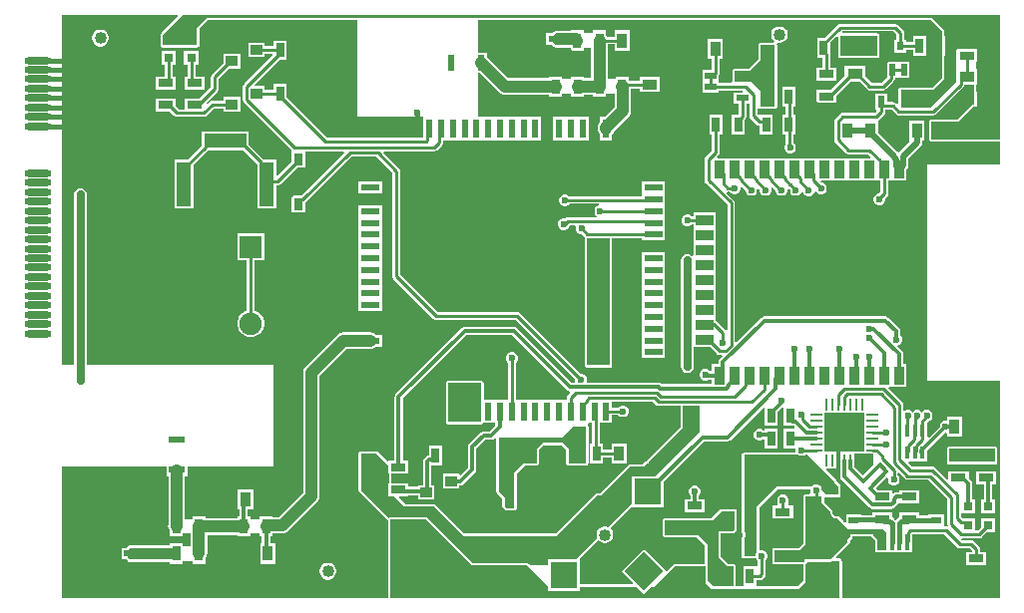
<source format=gtl>
G04*
G04 #@! TF.GenerationSoftware,Altium Limited,Altium Designer,22.0.2 (36)*
G04*
G04 Layer_Physical_Order=1*
G04 Layer_Color=255*
%FSLAX44Y44*%
%MOMM*%
G71*
G04*
G04 #@! TF.SameCoordinates,5265F303-A955-4834-83B4-5BE1E65ADB8C*
G04*
G04*
G04 #@! TF.FilePolarity,Positive*
G04*
G01*
G75*
%ADD12C,0.3000*%
%ADD15C,1.0000*%
%ADD16C,0.4000*%
%ADD17C,0.2540*%
%ADD18R,0.6200X1.3600*%
%ADD19R,1.3600X0.6200*%
%ADD20O,2.3000X0.6000*%
%ADD21R,0.7000X1.3000*%
%ADD22R,0.9000X1.3000*%
%ADD23R,2.3000X2.3000*%
%ADD24R,2.3000X2.3000*%
%ADD25P,3.2527X4X180.0*%
%ADD26R,0.8000X1.0000*%
%ADD27R,3.6000X1.2000*%
%ADD28R,1.2000X3.8000*%
%ADD29C,3.5000*%
%ADD30R,1.3000X0.9000*%
%ADD31R,0.8000X0.8000*%
%ADD32R,1.3000X0.7000*%
%ADD33R,1.0000X0.8500*%
%ADD34R,0.9000X1.5000*%
%ADD35R,1.5000X0.9000*%
%ADD36R,0.9000X0.9000*%
%ADD37R,0.4000X1.3500*%
%ADD38R,1.6000X1.4000*%
%ADD39R,1.9000X1.9000*%
%ADD40R,1.6000X0.6000*%
%ADD41R,0.6000X1.6000*%
%ADD42R,2.7000X2.0000*%
%ADD43R,0.5500X1.0000*%
%ADD44R,1.0000X0.5500*%
%ADD45R,0.2700X0.9900*%
%ADD46R,0.9900X0.2700*%
%ADD48R,0.4000X1.0900*%
%ADD49R,0.5588X0.6858*%
%ADD50R,0.9000X0.6000*%
%ADD89R,0.4500X0.4500*%
%ADD90R,0.5000X0.5000*%
%ADD91R,0.5500X0.6000*%
%ADD92C,1.0160*%
%ADD93R,3.2500X3.2500*%
%ADD94C,0.7000*%
%ADD95C,0.5000*%
%ADD96C,0.3810*%
%ADD97C,0.3000*%
G04:AMPARAMS|DCode=98|XSize=2mm|YSize=1.2mm|CornerRadius=0.36mm|HoleSize=0mm|Usage=FLASHONLY|Rotation=90.000|XOffset=0mm|YOffset=0mm|HoleType=Round|Shape=RoundedRectangle|*
%AMROUNDEDRECTD98*
21,1,2.0000,0.4800,0,0,90.0*
21,1,1.2800,1.2000,0,0,90.0*
1,1,0.7200,0.2400,0.6400*
1,1,0.7200,0.2400,-0.6400*
1,1,0.7200,-0.2400,-0.6400*
1,1,0.7200,-0.2400,0.6400*
%
%ADD98ROUNDEDRECTD98*%
%ADD99C,1.9000*%
%ADD100R,1.9000X1.9000*%
%ADD101C,0.6000*%
G36*
X478000Y513000D02*
X463000D01*
X461000Y515000D01*
Y521000D01*
X463000Y523000D01*
X478000D01*
Y513000D01*
D02*
G37*
G36*
X790961Y525155D02*
Y520500D01*
X791116Y519720D01*
X791461Y519204D01*
Y504796D01*
X791116Y504280D01*
X790961Y503500D01*
Y484845D01*
X783155Y477039D01*
X756000D01*
X755220Y476884D01*
X754558Y476442D01*
X754116Y475780D01*
X753961Y475000D01*
Y472000D01*
X753750D01*
Y463417D01*
X752577Y462931D01*
X751880Y463628D01*
X750798Y464350D01*
X749522Y464604D01*
X744250D01*
Y472000D01*
X734750D01*
Y458000D01*
X734799D01*
X735325Y456730D01*
X734201Y455606D01*
X706648D01*
X705372Y455352D01*
X704290Y454630D01*
X700372Y450712D01*
X699650Y449630D01*
X699396Y448354D01*
Y432645D01*
X699650Y431370D01*
X700372Y430288D01*
X709368Y421292D01*
X710450Y420570D01*
X711725Y420316D01*
X728194D01*
X730336Y418173D01*
X729850Y417000D01*
X600239D01*
X599753Y418173D01*
X601357Y419777D01*
X602080Y420859D01*
X602334Y422135D01*
Y437000D01*
X604500D01*
Y454000D01*
X593500D01*
Y437000D01*
X595666D01*
Y423516D01*
X590643Y418493D01*
X589920Y417411D01*
X589666Y416135D01*
Y398000D01*
X589920Y396724D01*
X590643Y395643D01*
X608666Y377619D01*
Y271197D01*
X607396Y270812D01*
X607357Y270870D01*
X599870Y278358D01*
X599100Y278872D01*
Y294450D01*
Y307150D01*
Y319850D01*
Y332550D01*
Y345250D01*
Y357950D01*
Y370950D01*
X580100D01*
Y367334D01*
X578737D01*
X577832Y368239D01*
X575995Y369000D01*
X574005D01*
X572168Y368239D01*
X570761Y366832D01*
X570000Y364995D01*
Y363005D01*
X570761Y361168D01*
X572168Y359761D01*
X574005Y359000D01*
X575995D01*
X577832Y359761D01*
X578737Y360666D01*
X580100D01*
Y345250D01*
Y334553D01*
X579439Y334211D01*
X578830Y334056D01*
X577146Y335181D01*
X575000Y335608D01*
X572854Y335181D01*
X571035Y333965D01*
X569819Y332146D01*
X569392Y330000D01*
Y240000D01*
X569819Y237854D01*
X571035Y236035D01*
X572854Y234819D01*
X575000Y234392D01*
X577146Y234819D01*
X578965Y236035D01*
X580181Y237854D01*
X580608Y240000D01*
Y256350D01*
X594385D01*
X599815Y250919D01*
X600897Y250197D01*
X602173Y249943D01*
X604237D01*
X604723Y248770D01*
X602577Y246623D01*
X601803Y245466D01*
X601531Y244100D01*
Y242000D01*
X595600D01*
Y236069D01*
X594002D01*
X592832Y237239D01*
X590995Y238000D01*
X589005D01*
X587168Y237239D01*
X585761Y235832D01*
X585000Y233995D01*
Y232005D01*
X585761Y230168D01*
X587168Y228761D01*
X589005Y228000D01*
X590995D01*
X592832Y228761D01*
X593003Y228931D01*
X595600D01*
Y225069D01*
X553215D01*
X553180Y225103D01*
X552022Y225877D01*
X550657Y226149D01*
X490230D01*
X489381Y227419D01*
X489624Y228005D01*
Y229995D01*
X488863Y231832D01*
X487457Y233239D01*
X485619Y234000D01*
X484339D01*
X432982Y285357D01*
X431900Y286080D01*
X430625Y286334D01*
X363381D01*
X331334Y318381D01*
Y406000D01*
X331080Y407276D01*
X330358Y408358D01*
X317032Y421683D01*
X317519Y422856D01*
X360190D01*
X361466Y423110D01*
X362547Y423833D01*
X366628Y427912D01*
X367350Y428994D01*
X367604Y430270D01*
Y432000D01*
X409730D01*
X411000Y432000D01*
X412270Y432000D01*
X419730D01*
X421000Y432000D01*
X422270Y432000D01*
X429730D01*
X431000Y432000D01*
X432270Y432000D01*
X439730D01*
X441000Y432000D01*
X442270Y432000D01*
X451000D01*
Y452000D01*
X442270D01*
X441000Y452000D01*
X439730Y452000D01*
X432270D01*
X431000Y452000D01*
X429730Y452000D01*
X422270D01*
X421000Y452000D01*
X419730Y452000D01*
X412270D01*
X411000Y452000D01*
X409730Y452000D01*
X397000D01*
Y489200D01*
X398815D01*
X415008Y473008D01*
X416470Y471885D01*
X418173Y471180D01*
X420000Y470940D01*
X457500D01*
Y469500D01*
X468500D01*
Y472000D01*
X476500D01*
Y469500D01*
X487500D01*
Y470940D01*
X495000D01*
Y469500D01*
X506000D01*
Y472000D01*
X512940D01*
Y459925D01*
X505015Y452000D01*
X501000D01*
Y447983D01*
X499885Y446530D01*
X499180Y444827D01*
X498940Y443000D01*
Y442000D01*
X499180Y440173D01*
X499885Y438470D01*
X501000Y437017D01*
Y432000D01*
X511000D01*
Y437017D01*
X512114Y438470D01*
X512581Y439596D01*
X524992Y452007D01*
X526114Y453470D01*
X526820Y455173D01*
X527060Y457000D01*
Y476166D01*
X534500D01*
Y473000D01*
X551500D01*
Y486000D01*
X534500D01*
Y482834D01*
X525000D01*
Y486500D01*
X514000D01*
Y484000D01*
X507560D01*
Y513666D01*
X513000D01*
Y508500D01*
X526000D01*
Y525500D01*
X513000D01*
Y520334D01*
X506696D01*
X506614Y520530D01*
X506000Y521331D01*
Y525500D01*
X495000D01*
Y523000D01*
X487000D01*
Y525500D01*
X476000D01*
Y525060D01*
X470000D01*
X469839Y525039D01*
X463000D01*
X462220Y524884D01*
X461558Y524442D01*
X460116Y523000D01*
X455000D01*
Y513000D01*
X460116D01*
X461558Y511558D01*
X462220Y511116D01*
X463000Y510961D01*
X469839D01*
X470000Y510940D01*
X476000D01*
Y508500D01*
X487000D01*
Y511000D01*
X493440D01*
Y485060D01*
X487500D01*
Y486500D01*
X476500D01*
Y484000D01*
X468500D01*
Y486500D01*
X457500D01*
Y485060D01*
X422924D01*
X405000Y502985D01*
Y506800D01*
X397000D01*
Y533961D01*
X782155D01*
X790961Y525155D01*
D02*
G37*
G36*
X817961Y473500D02*
X818116Y472720D01*
X818461Y472204D01*
Y463308D01*
X817500Y462539D01*
X816720Y462384D01*
X816058Y461942D01*
X816058Y461942D01*
X804155Y450039D01*
X782000D01*
X781220Y449884D01*
X780558Y449442D01*
X780116Y448780D01*
X779961Y448000D01*
Y433000D01*
X780116Y432220D01*
X780558Y431558D01*
X781220Y431116D01*
X782000Y430961D01*
X840000D01*
X840000Y430961D01*
Y412000D01*
X778000D01*
Y228000D01*
X840000D01*
Y43000D01*
X706039D01*
Y75000D01*
X705884Y75780D01*
X705442Y76442D01*
X704780Y76884D01*
X704000Y77039D01*
X701582D01*
X701096Y78212D01*
X712442Y89558D01*
X712884Y90220D01*
X713039Y91000D01*
Y92155D01*
X714442Y93558D01*
X714884Y94220D01*
X715039Y95000D01*
Y95461D01*
X731068D01*
X731116Y95220D01*
X731558Y94558D01*
X731558Y94558D01*
X733961Y92155D01*
Y84000D01*
X734116Y83220D01*
X734558Y82558D01*
X735220Y82116D01*
X736000Y81961D01*
X744000D01*
X744197Y82000D01*
X765500D01*
Y91158D01*
X765564Y91480D01*
Y97666D01*
X792744D01*
X803767Y86643D01*
X804849Y85920D01*
X806124Y85666D01*
X814619D01*
X816515Y83770D01*
X816301Y82500D01*
X811500D01*
Y71500D01*
X828500D01*
Y82500D01*
X823334D01*
Y85000D01*
X823080Y86276D01*
X822357Y87358D01*
X818357Y91357D01*
X817276Y92080D01*
X816000Y92334D01*
X807871D01*
X807428Y92926D01*
X808086Y94166D01*
X822500D01*
X823776Y94420D01*
X824857Y95142D01*
X828715Y99000D01*
X836000D01*
Y111000D01*
X824000D01*
Y103715D01*
X821119Y100834D01*
X819000D01*
Y111000D01*
X808715D01*
X807334Y112381D01*
Y115000D01*
X819000D01*
Y127000D01*
X816569D01*
Y140500D01*
X816297Y141866D01*
X815523Y143023D01*
X813500Y145047D01*
Y151000D01*
X796500D01*
Y144874D01*
X795327Y144388D01*
X785358Y154358D01*
X784276Y155080D01*
X783000Y155334D01*
X765281D01*
X762439Y158177D01*
X762925Y159350D01*
X778500D01*
Y168453D01*
X793730Y183683D01*
X795000Y183235D01*
Y180500D01*
X808000D01*
Y197500D01*
X795000D01*
Y194004D01*
X794995Y194000D01*
X793005D01*
X791168Y193239D01*
X789761Y191832D01*
X789000Y189995D01*
Y189047D01*
X779673Y179720D01*
X778500Y180206D01*
Y192650D01*
X779533Y193223D01*
X780832Y193761D01*
X782239Y195168D01*
X783000Y197005D01*
Y198995D01*
X782239Y200832D01*
X780832Y202239D01*
X778995Y203000D01*
X777005D01*
X775168Y202239D01*
X774000Y201071D01*
X772832Y202239D01*
X770994Y203000D01*
X769005D01*
X767168Y202239D01*
X766000Y201071D01*
X764832Y202239D01*
X762995Y203000D01*
X761005D01*
X759414Y202341D01*
X758144Y202875D01*
Y207761D01*
X757890Y209037D01*
X757168Y210119D01*
X745459Y221827D01*
X745945Y223000D01*
X761000D01*
Y242000D01*
X758069D01*
Y250500D01*
X757797Y251866D01*
X757023Y253023D01*
X753220Y256827D01*
X753594Y258249D01*
X754832Y258761D01*
X756239Y260168D01*
X757000Y262005D01*
Y263995D01*
X756239Y265832D01*
X755569Y266502D01*
Y270000D01*
X755297Y271366D01*
X754523Y272523D01*
X745523Y281523D01*
X744366Y282297D01*
X743000Y282569D01*
X640000D01*
X638634Y282297D01*
X637477Y281523D01*
X616507Y260554D01*
X615334Y261040D01*
Y379000D01*
X615080Y380276D01*
X614357Y381357D01*
X608535Y387180D01*
X609160Y388351D01*
X609274Y388328D01*
X610695D01*
X610761Y388168D01*
X612168Y386761D01*
X614005Y386000D01*
X615995D01*
X617832Y386761D01*
X619239Y388168D01*
X620000Y390005D01*
Y391864D01*
X620335Y392137D01*
X621169Y392492D01*
X624000Y389660D01*
Y389005D01*
X624761Y387168D01*
X626168Y385761D01*
X628005Y385000D01*
X629995D01*
X631832Y385761D01*
X633239Y387168D01*
X634000Y389005D01*
Y390283D01*
X635144Y390794D01*
X636000Y390112D01*
Y389005D01*
X636761Y387168D01*
X638168Y385761D01*
X640005Y385000D01*
X641995D01*
X643832Y385761D01*
X645239Y387168D01*
X646000Y389005D01*
Y390995D01*
X645809Y391455D01*
X646886Y392175D01*
X650000Y389060D01*
Y389005D01*
X650761Y387168D01*
X652168Y385761D01*
X654005Y385000D01*
X655995D01*
X657832Y385761D01*
X659239Y387168D01*
X660000Y389005D01*
Y390284D01*
X661143Y390794D01*
X662000Y390112D01*
Y389005D01*
X662761Y387168D01*
X664168Y385761D01*
X666005Y385000D01*
X667995D01*
X669832Y385761D01*
X671239Y387168D01*
X671679Y388231D01*
X673054D01*
X673594Y386929D01*
X675000Y385522D01*
X676838Y384761D01*
X678827D01*
X680665Y385522D01*
X682071Y386929D01*
X682639Y388301D01*
X684000Y388335D01*
X685406Y386929D01*
X687244Y386168D01*
X689233D01*
X691071Y386929D01*
X692478Y388335D01*
X693239Y390173D01*
Y392162D01*
X692478Y394000D01*
X691071Y395406D01*
X689233Y396168D01*
X688295D01*
X687857Y396730D01*
X688478Y398000D01*
X738666D01*
Y388317D01*
X737349Y387000D01*
X737005D01*
X735168Y386239D01*
X733761Y384832D01*
X733000Y382995D01*
Y381005D01*
X733761Y379168D01*
X735168Y377761D01*
X737005Y377000D01*
X738995D01*
X740832Y377761D01*
X742239Y379168D01*
X743000Y381005D01*
Y382995D01*
X742934Y383155D01*
X744358Y384579D01*
X745080Y385660D01*
X745334Y386936D01*
Y398000D01*
X761000D01*
Y407524D01*
X761969Y408974D01*
X762318Y410730D01*
Y416520D01*
X772744Y426946D01*
X773739Y428434D01*
X774088Y430190D01*
Y432000D01*
X776000D01*
Y449000D01*
X763000D01*
Y432000D01*
X763162D01*
X763648Y430827D01*
X755035Y422213D01*
X754315Y421739D01*
X753305Y422183D01*
X737000Y438489D01*
Y449000D01*
X737902Y449889D01*
X737940Y449915D01*
X741858Y453832D01*
X742580Y454914D01*
X742834Y456190D01*
Y457936D01*
X748141D01*
X751705Y454372D01*
X752786Y453650D01*
X754062Y453396D01*
X783854D01*
X785130Y453650D01*
X786212Y454372D01*
X809128Y477288D01*
X809850Y478370D01*
X810075Y479500D01*
X817961D01*
Y473500D01*
D02*
G37*
G36*
X142943Y537827D02*
X142558Y537442D01*
X142558Y537442D01*
X129116Y524000D01*
X129000D01*
Y523884D01*
X128558Y523442D01*
X128116Y522780D01*
X127961Y522000D01*
Y513000D01*
X128116Y512220D01*
X128558Y511558D01*
X129220Y511116D01*
X130000Y510961D01*
X159000D01*
X159780Y511116D01*
X160442Y511558D01*
X160884Y512220D01*
X161039Y513000D01*
Y527155D01*
X167845Y533961D01*
X295000D01*
Y453270D01*
X295000Y453000D01*
X294000Y452000D01*
X294000Y452000D01*
X295796Y452000D01*
X349730D01*
X351000Y452000D01*
Y440592D01*
X350936Y440270D01*
Y434064D01*
X269151D01*
X235000Y468215D01*
Y480500D01*
X224000D01*
Y475334D01*
X216500D01*
Y478250D01*
X208124D01*
X207638Y479423D01*
X228715Y500500D01*
X235000D01*
Y517500D01*
X224000D01*
Y512334D01*
X216500D01*
Y515250D01*
X202500D01*
Y502750D01*
X216500D01*
Y505666D01*
X222655D01*
X223181Y504396D01*
X198872Y480088D01*
X198150Y479006D01*
X197896Y477730D01*
Y466396D01*
X198150Y465120D01*
X198872Y464038D01*
X238746Y424165D01*
X239000Y423000D01*
X239000Y423000D01*
X239000Y423000D01*
Y413715D01*
X227173Y401888D01*
X226000Y402374D01*
Y416000D01*
X215215D01*
X203000Y428215D01*
Y439500D01*
X163000D01*
Y427715D01*
X151285Y416000D01*
X140000D01*
Y374000D01*
X156000D01*
Y411285D01*
X168215Y423500D01*
X198285D01*
X209936Y411849D01*
Y399730D01*
X210000Y399408D01*
Y374000D01*
X226000D01*
Y393666D01*
X227000D01*
X228276Y393920D01*
X229357Y394642D01*
X243715Y409000D01*
X251000D01*
Y422856D01*
X283481D01*
X283967Y421683D01*
X247285Y385000D01*
X239000D01*
Y371000D01*
X251000D01*
Y379314D01*
X251087Y379372D01*
X290031Y418316D01*
X310969D01*
X324666Y404619D01*
Y317000D01*
X324920Y315724D01*
X325643Y314643D01*
X359642Y280643D01*
X360724Y279920D01*
X362000Y279666D01*
X429244D01*
X479624Y229285D01*
Y228005D01*
X479901Y227339D01*
X479052Y226069D01*
X476478D01*
X430023Y272523D01*
X428866Y273297D01*
X427500Y273569D01*
X386000D01*
X384634Y273297D01*
X383477Y272523D01*
X327477Y216523D01*
X326703Y215366D01*
X326431Y214000D01*
Y160000D01*
X321500D01*
Y160000D01*
X320357Y159527D01*
X312442Y167442D01*
X311780Y167884D01*
X311000Y168039D01*
X298000D01*
X297220Y167884D01*
X296558Y167442D01*
X296116Y166780D01*
X295961Y166000D01*
Y145000D01*
Y138000D01*
Y135000D01*
X296116Y134220D01*
X296558Y133558D01*
X320116Y110000D01*
X320283Y109888D01*
X320425Y109746D01*
X320611Y109670D01*
X320778Y109558D01*
X320961Y109522D01*
Y43000D01*
X44000D01*
Y155000D01*
X133200D01*
Y147000D01*
X134690D01*
Y105850D01*
X134680Y105827D01*
X134440Y104000D01*
X134680Y102173D01*
X135386Y100470D01*
X136000Y99669D01*
Y95500D01*
X147000D01*
Y98000D01*
X153440D01*
Y87000D01*
X147000D01*
Y89500D01*
X136000D01*
Y88039D01*
X102000D01*
X101220Y87884D01*
X100558Y87442D01*
X99116Y86000D01*
X95000D01*
Y76000D01*
X99116D01*
X100558Y74558D01*
X101220Y74116D01*
X102000Y73961D01*
X136000D01*
Y72500D01*
X147000D01*
Y75000D01*
X155000D01*
Y72500D01*
X166000D01*
Y76669D01*
X166614Y77470D01*
X167320Y79173D01*
X167560Y81000D01*
Y96940D01*
X193000D01*
Y95500D01*
X204000D01*
Y98000D01*
X212000D01*
Y95500D01*
X213931D01*
Y89500D01*
X212500D01*
Y72500D01*
X225500D01*
Y89500D01*
X221068D01*
Y95500D01*
X223000D01*
Y97940D01*
X231000D01*
X232827Y98180D01*
X234530Y98885D01*
X235992Y100007D01*
X260992Y125007D01*
X262114Y126470D01*
X262820Y128173D01*
X263060Y130000D01*
Y145000D01*
Y232076D01*
X285924Y254940D01*
X306000D01*
X307827Y255180D01*
X309530Y255886D01*
X310983Y257000D01*
X316000D01*
Y267000D01*
X310983D01*
X309530Y268114D01*
X307827Y268820D01*
X306000Y269060D01*
X283000D01*
X281173Y268820D01*
X279470Y268114D01*
X278008Y266992D01*
X251007Y239992D01*
X249886Y238530D01*
X249180Y236827D01*
X248940Y235000D01*
Y145000D01*
Y132924D01*
X228076Y112060D01*
X223000D01*
Y112500D01*
X212000D01*
Y110000D01*
X204000D01*
Y112500D01*
X202069D01*
Y118500D01*
X206500D01*
Y135500D01*
X193500D01*
Y118500D01*
X194931D01*
Y112500D01*
X193000D01*
Y111060D01*
X166000D01*
Y112500D01*
X155000D01*
Y110000D01*
X148810D01*
Y147000D01*
X150800D01*
Y155000D01*
X224000D01*
Y241000D01*
X65608D01*
Y378000D01*
Y386000D01*
X65181Y388146D01*
X63965Y389965D01*
X62146Y391181D01*
X60000Y391608D01*
X57854Y391181D01*
X56035Y389965D01*
X54819Y388146D01*
X54392Y386000D01*
Y378000D01*
Y241000D01*
X44000D01*
Y539000D01*
X142457D01*
X142943Y537827D01*
D02*
G37*
G36*
X840000Y433000D02*
X782000D01*
Y448000D01*
X805000D01*
X817500Y460500D01*
X820500D01*
Y473500D01*
X820000D01*
Y479500D01*
X820500D01*
Y492500D01*
X820000D01*
Y498500D01*
X820500D01*
Y509500D01*
X803500D01*
Y509000D01*
X803000D01*
Y482000D01*
X781064Y460064D01*
X756000D01*
Y475000D01*
X784000D01*
X793000Y484000D01*
Y503500D01*
X793500D01*
Y520500D01*
X793000D01*
Y526000D01*
X783000Y536000D01*
X167000D01*
X159000Y528000D01*
X159000D01*
Y513000D01*
X130000D01*
Y522000D01*
X144000Y536000D01*
X147000Y539000D01*
X840000D01*
Y433000D01*
D02*
G37*
G36*
X472477Y219977D02*
X473634Y219203D01*
X474675Y218996D01*
X475262Y217787D01*
X473643Y216168D01*
X472920Y215086D01*
X472666Y213810D01*
Y212898D01*
X471768Y212000D01*
X471000D01*
X469730Y212000D01*
X462270D01*
X461000Y212000D01*
X459730Y212000D01*
X442270D01*
X441000Y212000D01*
X439730Y212000D01*
X432270D01*
X431000Y212000D01*
X430232D01*
X429334Y212898D01*
Y243263D01*
X430239Y244168D01*
X431000Y246005D01*
Y247995D01*
X430239Y249832D01*
X428832Y251239D01*
X426995Y252000D01*
X425005D01*
X423168Y251239D01*
X421761Y249832D01*
X421000Y247995D01*
Y246005D01*
X421761Y244168D01*
X422666Y243263D01*
Y212898D01*
X421768Y212000D01*
X421000D01*
X419730Y212000D01*
X412270D01*
X411000Y212000D01*
X411000D01*
D01*
X409730Y212000D01*
D01*
X402039D01*
Y226000D01*
X401884Y226780D01*
X401442Y227442D01*
X400780Y227884D01*
X400000Y228039D01*
X372000D01*
X371220Y227884D01*
X370558Y227442D01*
X370116Y226780D01*
X369961Y226000D01*
Y193000D01*
X370116Y192220D01*
X370558Y191558D01*
X371220Y191116D01*
X372000Y190961D01*
X400000D01*
X400780Y191116D01*
X401442Y191558D01*
X401737Y192000D01*
X409730D01*
X410012Y192000D01*
X411533D01*
X411974Y191559D01*
X411974Y190021D01*
X411000Y189047D01*
D01*
X406997Y185043D01*
X402025D01*
X400659Y184772D01*
X399502Y183998D01*
X389989Y174486D01*
X389216Y173328D01*
X388944Y171962D01*
Y153991D01*
X382673Y147720D01*
X381500Y148206D01*
Y148750D01*
X367500D01*
Y145000D01*
Y136250D01*
X381500D01*
Y138931D01*
X382500D01*
X383866Y139203D01*
X385023Y139977D01*
X395036Y149989D01*
X395809Y151147D01*
X396081Y152513D01*
Y170484D01*
X403503Y177906D01*
X408475D01*
X409730Y178156D01*
X409841Y178178D01*
X410998Y178951D01*
X411691Y179644D01*
X412961Y179118D01*
Y134000D01*
X412961Y134000D01*
X413116Y133220D01*
X413558Y132558D01*
X417961Y128155D01*
Y121060D01*
X417961Y121060D01*
X418116Y120279D01*
X418558Y119618D01*
X418558Y119618D01*
X419398Y118778D01*
Y117571D01*
X428986D01*
Y117888D01*
X429442Y118193D01*
X429884Y118855D01*
X430039Y119635D01*
Y149155D01*
X436845Y155961D01*
X447000D01*
X447780Y156116D01*
X448442Y156558D01*
X448884Y157220D01*
X449039Y158000D01*
Y169155D01*
X452845Y172961D01*
X468155D01*
X471961Y169155D01*
Y158000D01*
X472116Y157220D01*
X472558Y156558D01*
X473220Y156116D01*
X474000Y155961D01*
X489000D01*
X489780Y156116D01*
X490442Y156558D01*
X490884Y157220D01*
X491039Y158000D01*
Y189000D01*
X490884Y189780D01*
X490442Y190442D01*
X490741Y191770D01*
X491000Y192000D01*
X491000D01*
X491000Y192000D01*
X493666D01*
Y174500D01*
X492500D01*
Y157500D01*
X503500D01*
Y162666D01*
X510500D01*
Y157500D01*
X523500D01*
Y174500D01*
X510500D01*
Y169334D01*
X503500D01*
Y174500D01*
X500334D01*
Y192000D01*
X511000D01*
Y198666D01*
X516263D01*
X517168Y197761D01*
X519005Y197000D01*
X520994D01*
X522832Y197761D01*
X524239Y199168D01*
X525000Y201005D01*
Y202995D01*
X524239Y204832D01*
X522832Y206239D01*
X520994Y207000D01*
X519005D01*
X517168Y206239D01*
X516263Y205334D01*
X511000D01*
Y209936D01*
X545420D01*
X548023Y207332D01*
X549105Y206610D01*
X550381Y206356D01*
X568961D01*
Y188845D01*
X541058Y160942D01*
X540616Y160280D01*
X540467Y159533D01*
X539720Y159384D01*
X539058Y158942D01*
X539058Y158942D01*
X537155Y157039D01*
X526340D01*
X526339Y157039D01*
X525559Y156884D01*
X524898Y156442D01*
X501182Y132726D01*
X500605Y132341D01*
X499924Y132205D01*
X498166D01*
X497386Y132050D01*
X496724Y131608D01*
X496724Y131608D01*
X463155Y98039D01*
X385845D01*
X361442Y122442D01*
X360780Y122884D01*
X360000Y123039D01*
X335845D01*
X330057Y128827D01*
X330543Y130000D01*
X338500D01*
Y130681D01*
X346500D01*
Y126750D01*
X360500D01*
Y139250D01*
X357569D01*
Y145000D01*
Y155500D01*
X366500D01*
Y172500D01*
X355500D01*
Y164517D01*
X354392Y164297D01*
X353234Y163523D01*
X351477Y161766D01*
X350703Y160608D01*
X350431Y159243D01*
Y145000D01*
Y139250D01*
X346500D01*
Y137819D01*
X338500D01*
Y141000D01*
X324039D01*
Y145000D01*
Y149000D01*
X338500D01*
Y160000D01*
X333568D01*
Y212522D01*
X387478Y266431D01*
X426022D01*
X472477Y219977D01*
D02*
G37*
G36*
X400000Y193000D02*
X372000D01*
Y226000D01*
X400000D01*
Y193000D01*
D02*
G37*
G36*
X640500Y204794D02*
Y189500D01*
X651500D01*
Y201453D01*
X655230Y205183D01*
X656500Y204657D01*
Y189500D01*
X663655D01*
X664000Y189431D01*
X665379D01*
X665969Y188697D01*
X665444Y187500D01*
X656500D01*
Y170500D01*
X666662D01*
X667000Y169995D01*
Y168309D01*
X666267Y167039D01*
X623000Y167039D01*
X622220Y166884D01*
X621558Y166442D01*
X621116Y165780D01*
X620961Y165000D01*
Y100071D01*
X621116Y99291D01*
X621484Y98740D01*
X621961Y97589D01*
Y96411D01*
X621484Y95260D01*
X621116Y94709D01*
X620961Y93929D01*
Y79000D01*
X621116Y78220D01*
X621558Y77558D01*
X622220Y77116D01*
X623000Y76961D01*
X633000D01*
X633400Y77040D01*
X633761Y76168D01*
X634666Y75263D01*
Y70751D01*
X633500Y70500D01*
Y70500D01*
X622500D01*
Y53500D01*
X621421Y53039D01*
X616039D01*
Y70000D01*
X615884Y70780D01*
X615442Y71442D01*
X614780Y71884D01*
X614000Y72039D01*
X609845D01*
X603039Y78845D01*
Y97961D01*
X613000D01*
X613780Y98116D01*
X614442Y98558D01*
X616442Y100558D01*
X616884Y101220D01*
X617039Y102000D01*
Y117000D01*
X616884Y117780D01*
X616442Y118442D01*
X615780Y118884D01*
X615000Y119039D01*
X604000D01*
X604000Y119039D01*
X603220Y118884D01*
X602558Y118442D01*
X602558Y118442D01*
X595155Y111039D01*
X556000D01*
X555220Y110884D01*
X554558Y110442D01*
X554116Y109780D01*
X553961Y109000D01*
Y97000D01*
X554116Y96220D01*
X554558Y95558D01*
X555220Y95116D01*
X556000Y94961D01*
X583155D01*
X589961Y88155D01*
Y72039D01*
X564000D01*
X564000Y72039D01*
X563220Y71884D01*
X562558Y71442D01*
X557997Y66881D01*
X557092Y66000D01*
X538000Y85092D01*
X518908Y66000D01*
X528696Y56213D01*
X528210Y55039D01*
X484000D01*
Y76000D01*
X484000D01*
X483673Y76789D01*
X499436Y92552D01*
X500653Y91335D01*
X502267Y90402D01*
X504068Y89920D01*
X505932D01*
X507733Y90402D01*
X509347Y91335D01*
X510665Y92653D01*
X511598Y94267D01*
X512080Y96068D01*
Y97932D01*
X511598Y99733D01*
X510665Y101347D01*
X509448Y102564D01*
X527211Y120327D01*
X528000Y120000D01*
Y120000D01*
X555000D01*
Y141953D01*
X589478Y176431D01*
X609000D01*
X610366Y176703D01*
X611523Y177477D01*
X639327Y205280D01*
X640500Y204794D01*
D02*
G37*
G36*
X489000Y158000D02*
X474000D01*
Y170000D01*
X469000Y175000D01*
X452000D01*
X447000Y170000D01*
Y158000D01*
X436000D01*
X428000Y150000D01*
Y119635D01*
X421424D01*
X420000Y121060D01*
Y129000D01*
X415000Y134000D01*
Y180000D01*
X469000D01*
X478000Y189000D01*
X489000D01*
Y158000D01*
D02*
G37*
G36*
X724650Y165650D02*
X733000D01*
Y156474D01*
X724037Y147510D01*
X716719Y154828D01*
Y160250D01*
X716447Y161616D01*
X716350Y161761D01*
Y165750D01*
X724650D01*
Y165650D01*
D02*
G37*
G36*
X668929Y165000D02*
X669168Y164761D01*
X671005Y164000D01*
X672995D01*
X674832Y164761D01*
X675071Y165000D01*
X677000D01*
X699831Y142169D01*
X699920Y141724D01*
X700642Y140642D01*
X703000Y138285D01*
Y131000D01*
X693000D01*
X689000Y135000D01*
Y135995D01*
X688239Y137832D01*
X686832Y139239D01*
X684995Y140000D01*
X683005D01*
X681168Y139239D01*
X679929Y138000D01*
X651000Y138000D01*
X634000Y121000D01*
Y82071D01*
X633761Y81832D01*
X633000Y79995D01*
Y79000D01*
X623000D01*
Y93929D01*
X623239Y94168D01*
X624000Y96005D01*
Y97995D01*
X623239Y99832D01*
X623000Y100071D01*
Y165000D01*
X668929Y165000D01*
D02*
G37*
G36*
X724650Y190650D02*
Y180650D01*
Y167789D01*
X716350D01*
X715570Y167634D01*
X715145Y167350D01*
X704650D01*
Y161499D01*
X704431Y160400D01*
Y146550D01*
X704703Y145185D01*
X705477Y144027D01*
X729527Y119977D01*
X730685Y119203D01*
X732050Y118931D01*
X747950D01*
X749315Y119203D01*
X750473Y119977D01*
X752523Y122027D01*
X753297Y123185D01*
X753385Y123626D01*
X754500Y124000D01*
X754500Y124000D01*
X771500D01*
Y135000D01*
X754500D01*
Y133069D01*
X752000D01*
X750634Y132797D01*
X749770Y132219D01*
X748500Y132674D01*
Y135000D01*
X736547D01*
X734797Y136750D01*
X744038Y145992D01*
X745115Y145272D01*
X745000Y144995D01*
Y143005D01*
X745761Y141168D01*
X747168Y139761D01*
X749005Y139000D01*
X750995D01*
X752832Y139761D01*
X754239Y141168D01*
X755000Y143005D01*
Y144995D01*
X754239Y146832D01*
X753334Y147737D01*
Y149121D01*
X754507Y149607D01*
X759472Y144642D01*
X760553Y143920D01*
X761829Y143666D01*
X779548D01*
X795666Y127548D01*
Y106000D01*
X795823Y105209D01*
X794914Y104235D01*
X794829Y104194D01*
X794125Y104334D01*
X792500D01*
Y114000D01*
X779500D01*
Y113731D01*
X771500D01*
Y116000D01*
X754500D01*
Y112174D01*
X753821Y111720D01*
X752364Y110263D01*
X751500Y109561D01*
X750636Y110263D01*
X749178Y111720D01*
X748500Y112174D01*
Y116000D01*
X731500D01*
Y113982D01*
X722500D01*
Y114500D01*
X709500D01*
Y108043D01*
X708327Y107557D01*
X707442Y108442D01*
X707442Y108442D01*
X703440Y112444D01*
X703105Y112668D01*
X702780Y112885D01*
X702779Y112885D01*
X702779Y112886D01*
X702391Y112963D01*
X702000Y113041D01*
X701999Y113041D01*
X701998Y113041D01*
X701990Y113039D01*
X700411D01*
X699323Y113490D01*
X698490Y114323D01*
X698039Y115411D01*
Y116990D01*
X698041Y116998D01*
X698041Y116999D01*
X698041Y117000D01*
X697963Y117391D01*
X697886Y117779D01*
X697885Y117779D01*
X697885Y117780D01*
X697668Y118105D01*
X697443Y118440D01*
X691039Y124845D01*
Y128400D01*
X691305Y128705D01*
X691479Y128821D01*
X692200Y129129D01*
X692220Y129116D01*
X693000Y128961D01*
X703000D01*
X703780Y129116D01*
X704442Y129558D01*
X704884Y130220D01*
X705039Y131000D01*
Y138285D01*
X705039Y138285D01*
X704884Y139065D01*
X704442Y139727D01*
X704442Y139727D01*
X702226Y141942D01*
X701841Y142520D01*
X701831Y142566D01*
X701755Y142752D01*
X701715Y142949D01*
X701604Y143116D01*
X701527Y143302D01*
X701385Y143444D01*
X701273Y143611D01*
X692607Y152277D01*
X693093Y153450D01*
X701350D01*
Y167350D01*
X691350D01*
Y180650D01*
Y190650D01*
Y200650D01*
X724650D01*
Y190650D01*
D02*
G37*
G36*
X585000Y185000D02*
X547000Y147000D01*
X528000D01*
Y124000D01*
X507626Y103626D01*
X505932Y104080D01*
X504068D01*
X502267Y103597D01*
X500653Y102665D01*
X499335Y101347D01*
X498402Y99733D01*
X497920Y97932D01*
Y96068D01*
X498374Y94374D01*
X480000Y76000D01*
X457000D01*
Y71000D01*
X441884D01*
X440442Y72442D01*
X439780Y72884D01*
X439000Y73039D01*
X392845D01*
X354442Y111442D01*
X353780Y111884D01*
X353000Y112039D01*
X323000D01*
X322220Y111884D01*
X321558Y111442D01*
X298000Y135000D01*
Y138000D01*
Y166000D01*
X311000D01*
X321500Y155500D01*
Y149000D01*
X322000D01*
Y141000D01*
X321500D01*
Y130000D01*
X326000D01*
X335000Y121000D01*
X360000D01*
X385000Y96000D01*
X464000D01*
X498166Y130166D01*
X500124D01*
X501400Y130420D01*
X502482Y131143D01*
X526339Y155000D01*
X538000D01*
X540500Y157500D01*
X542500D01*
Y159500D01*
X571000Y188000D01*
Y206356D01*
X585000D01*
Y185000D01*
D02*
G37*
G36*
X689000Y128401D02*
Y124000D01*
X696002Y116998D01*
X696000Y116995D01*
Y115005D01*
X696761Y113168D01*
X698168Y111761D01*
X700005Y111000D01*
X701995D01*
X701998Y111002D01*
X706000Y107000D01*
X706000D01*
X711000Y102000D01*
X741000D01*
X744000Y99000D01*
Y84000D01*
X736000D01*
Y93000D01*
X733000Y96000D01*
Y96000D01*
Y97500D01*
X713000D01*
Y95000D01*
X711000Y93000D01*
Y91000D01*
X696000Y76000D01*
X674500D01*
Y74000D01*
X649000D01*
Y84000D01*
X670000D01*
X675000Y89000D01*
Y107000D01*
X675000D01*
Y129375D01*
X675442Y129558D01*
X688361D01*
X689000Y128401D01*
D02*
G37*
G36*
X144000Y76000D02*
X102000D01*
X100000Y78000D01*
Y84000D01*
X102000Y86000D01*
X144000D01*
Y76000D01*
D02*
G37*
G36*
X679000Y135961D02*
Y134005D01*
X679472Y132867D01*
X678672Y131597D01*
X675442D01*
X674662Y131442D01*
X674220Y131259D01*
X673558Y130817D01*
X673558Y130817D01*
X673116Y130155D01*
X672961Y129375D01*
Y107000D01*
X672961Y107000D01*
Y89845D01*
X669155Y86039D01*
X649000D01*
X648220Y85884D01*
X647645Y85500D01*
X647500D01*
Y85355D01*
X647116Y84780D01*
X646961Y84000D01*
Y74000D01*
X647116Y73220D01*
X647500Y72645D01*
Y72500D01*
X647645D01*
X648220Y72116D01*
X649000Y71961D01*
X672961D01*
Y57845D01*
X668155Y53039D01*
X634579D01*
X633500Y53500D01*
Y58666D01*
X636512D01*
X637788Y58920D01*
X638870Y59643D01*
X640358Y61130D01*
X641080Y62212D01*
X641334Y63488D01*
Y75263D01*
X642239Y76168D01*
X643000Y78005D01*
Y79995D01*
X642239Y81832D01*
X640832Y83239D01*
X638994Y84000D01*
X637005D01*
X636039Y84646D01*
Y120155D01*
X651845Y135961D01*
X679000Y135961D01*
D02*
G37*
G36*
X615000Y102000D02*
X613000Y100000D01*
X601000D01*
Y78000D01*
X609000Y70000D01*
X614000D01*
Y53039D01*
X596961D01*
X592039Y57961D01*
Y70000D01*
X592000Y70197D01*
Y89000D01*
X584000Y97000D01*
X556000D01*
Y109000D01*
X596000D01*
X604000Y117000D01*
X615000D01*
Y102000D01*
D02*
G37*
G36*
X392000Y71000D02*
X439000D01*
X457000Y53000D01*
Y49000D01*
X484000D01*
Y53000D01*
X531908D01*
X538000Y46908D01*
X544092Y53000D01*
X547000D01*
X564000Y70000D01*
X590000D01*
Y56000D01*
X595000Y51000D01*
X669000D01*
X675000Y57000D01*
Y72060D01*
X675280Y72116D01*
X675942Y72558D01*
X676384Y73220D01*
X676531Y73961D01*
X696000D01*
X696780Y74116D01*
X697442Y74558D01*
X697442Y74558D01*
X697884Y75000D01*
X704000D01*
Y43000D01*
X323000D01*
Y110000D01*
X353000D01*
X392000Y71000D01*
D02*
G37*
%LPC*%
G36*
X751000Y531334D02*
X704500D01*
X703224Y531080D01*
X702142Y530358D01*
X691285Y519500D01*
X685000D01*
Y502500D01*
X689666D01*
Y494000D01*
X684500D01*
Y483000D01*
X701500D01*
Y494000D01*
X696334D01*
Y505500D01*
X696080Y506776D01*
X696000Y506896D01*
Y514785D01*
X701691Y520476D01*
X702961Y519950D01*
Y504000D01*
X703116Y503220D01*
X703558Y502558D01*
X704220Y502116D01*
X705000Y501961D01*
X736000D01*
X736780Y502116D01*
X737442Y502558D01*
X737884Y503220D01*
X738039Y504000D01*
Y521000D01*
X737884Y521780D01*
X737442Y522442D01*
X736780Y522884D01*
X736000Y523039D01*
X707192D01*
X706513Y524309D01*
X706751Y524666D01*
X749619D01*
X752050Y522235D01*
Y517429D01*
X750590D01*
Y506571D01*
X760178D01*
Y508666D01*
X766500D01*
Y503500D01*
X777500D01*
Y520500D01*
X766500D01*
Y515334D01*
X760178D01*
Y517429D01*
X758718D01*
Y523616D01*
X758464Y524892D01*
X757741Y525974D01*
X753357Y530358D01*
X752276Y531080D01*
X751000Y531334D01*
D02*
G37*
G36*
X753750Y499000D02*
X753750Y499000D01*
X744250D01*
Y490842D01*
X744186Y490520D01*
Y485901D01*
X739619Y481334D01*
X730881D01*
X725500Y486715D01*
Y495000D01*
X708500D01*
Y486715D01*
X696849Y475064D01*
X695230D01*
X694908Y475000D01*
X684500D01*
Y464000D01*
X701500D01*
Y470285D01*
X713215Y482000D01*
X720785D01*
X727142Y475643D01*
X728224Y474920D01*
X729500Y474666D01*
X741000D01*
X742276Y474920D01*
X743357Y475643D01*
X749877Y482162D01*
X750600Y483244D01*
X750854Y484520D01*
Y485000D01*
X752480D01*
X753750Y485000D01*
Y485000D01*
X753750D01*
Y485000D01*
X763250D01*
Y499000D01*
X755020D01*
X753750Y499000D01*
D02*
G37*
G36*
X653932Y529080D02*
X652068D01*
X650267Y528597D01*
X648653Y527665D01*
X647335Y526347D01*
X646403Y524733D01*
X645920Y522932D01*
Y521068D01*
X646403Y519267D01*
X647335Y517653D01*
X648653Y516335D01*
X648697Y516309D01*
X648356Y515039D01*
X637000D01*
X636220Y514884D01*
X635558Y514442D01*
X635116Y513780D01*
X634961Y513000D01*
Y500845D01*
X627155Y493039D01*
X615000D01*
X614220Y492884D01*
X613558Y492442D01*
X613116Y491780D01*
X612961Y491000D01*
Y482000D01*
X611963Y480834D01*
X602398D01*
X601500Y481732D01*
Y482250D01*
X601500D01*
Y482250D01*
X601500D01*
Y487354D01*
X601580Y487474D01*
X601834Y488750D01*
Y501000D01*
X605000D01*
Y518000D01*
X592000D01*
Y501000D01*
X595166D01*
Y491750D01*
X587500D01*
Y483520D01*
X587500Y482250D01*
X587500D01*
Y482250D01*
X587500D01*
Y472750D01*
X601500D01*
Y474166D01*
X621962D01*
X622059Y474020D01*
X621381Y472750D01*
X614500D01*
Y463250D01*
X618166D01*
Y454000D01*
X612500D01*
Y437000D01*
X623500D01*
Y449285D01*
X623857Y449642D01*
X624580Y450724D01*
X624834Y452000D01*
Y463250D01*
X627666D01*
Y453000D01*
X627920Y451724D01*
X628643Y450643D01*
X633642Y445643D01*
X634724Y444920D01*
X636000Y444666D01*
X636500D01*
Y437000D01*
X647500D01*
Y454000D01*
X636500D01*
Y453874D01*
X635327Y453388D01*
X634334Y454381D01*
Y459104D01*
X635330Y459474D01*
X635604Y459527D01*
X636220Y459116D01*
X637000Y458961D01*
X649000D01*
X649780Y459116D01*
X650442Y459558D01*
X650884Y460220D01*
X651039Y461000D01*
Y513000D01*
X650884Y513780D01*
X650768Y513953D01*
X651559Y515056D01*
X652068Y514920D01*
X653932D01*
X655733Y515402D01*
X657347Y516335D01*
X658665Y517653D01*
X659597Y519267D01*
X660080Y521068D01*
Y522932D01*
X659597Y524733D01*
X658665Y526347D01*
X657347Y527665D01*
X655733Y528597D01*
X653932Y529080D01*
D02*
G37*
G36*
X481000Y452000D02*
X479730Y452000D01*
X472270D01*
X471000Y452000D01*
X469730Y452000D01*
X461000D01*
Y432000D01*
X469730D01*
X471000Y432000D01*
X472270Y432000D01*
X479730D01*
X481000Y432000D01*
X482270Y432000D01*
X491000D01*
Y452000D01*
X481000Y452000D01*
D02*
G37*
G36*
X666500Y478000D02*
X655500D01*
Y461000D01*
X658166D01*
Y454000D01*
X655500D01*
Y437000D01*
X658166D01*
Y429237D01*
X657761Y428832D01*
X657000Y426995D01*
Y425005D01*
X657761Y423168D01*
X659168Y421761D01*
X661005Y421000D01*
X662995D01*
X664832Y421761D01*
X666239Y423168D01*
X667000Y425005D01*
Y426995D01*
X666239Y428832D01*
X664834Y430237D01*
Y437000D01*
X666500D01*
Y454000D01*
X664834D01*
Y461000D01*
X666500D01*
Y478000D01*
D02*
G37*
G36*
X556000Y397000D02*
X536000D01*
Y388270D01*
X536000Y387000D01*
X536000Y385732D01*
X535102Y384834D01*
X474237D01*
X473832Y385239D01*
X471995Y386000D01*
X470005D01*
X468168Y385239D01*
X466761Y383832D01*
X466000Y381995D01*
Y380005D01*
X466761Y378168D01*
X468168Y376761D01*
X470005Y376000D01*
X471995D01*
X473832Y376761D01*
X475237Y378166D01*
X499502D01*
X499754Y376896D01*
X498168Y376239D01*
X496761Y374832D01*
X496000Y372995D01*
Y371005D01*
X496761Y369168D01*
X498055Y367874D01*
X497989Y367349D01*
X497665Y366604D01*
X473206D01*
X471930Y366350D01*
X471249Y365895D01*
X470994Y366000D01*
X469005D01*
X467168Y365239D01*
X465761Y363832D01*
X465000Y361995D01*
Y360005D01*
X465761Y358168D01*
X467168Y356761D01*
X469005Y356000D01*
X470994D01*
X472832Y356761D01*
X474239Y358168D01*
X474971Y359936D01*
X479430D01*
X480278Y358666D01*
X480000Y357995D01*
Y356005D01*
X480761Y354168D01*
X482168Y352761D01*
X484005Y352000D01*
X485285D01*
X487643Y349642D01*
X488095Y349340D01*
X487961Y348666D01*
Y241000D01*
X488116Y240220D01*
X488558Y239558D01*
X489220Y239116D01*
X490000Y238961D01*
X509000D01*
X509780Y239116D01*
X510442Y239558D01*
X510884Y240220D01*
X511039Y241000D01*
Y348666D01*
X536000D01*
Y347000D01*
X556000D01*
Y355730D01*
X556000Y357000D01*
X556000D01*
Y357000D01*
X556000D01*
Y365730D01*
X556000Y367000D01*
X556000Y368270D01*
Y375730D01*
X556000Y377000D01*
X556000Y378270D01*
Y385730D01*
X556000Y387000D01*
X556000Y388270D01*
Y397000D01*
D02*
G37*
G36*
Y337000D02*
X536000D01*
Y328270D01*
X536000Y327000D01*
X536000Y325730D01*
Y318270D01*
X536000Y317000D01*
X536000Y315730D01*
Y308270D01*
X536000Y307000D01*
X536000Y305730D01*
Y297000D01*
Y288270D01*
X536000Y287000D01*
X536000Y285730D01*
Y278270D01*
X536000Y277000D01*
X536000Y275730D01*
Y268270D01*
X536000Y267000D01*
X536000Y265730D01*
Y258270D01*
X536000Y257000D01*
X536000Y255730D01*
Y247000D01*
X556000D01*
Y255730D01*
X556000Y257000D01*
X556000Y258270D01*
Y265730D01*
X556000Y267000D01*
X556000Y268270D01*
Y275730D01*
X556000Y277000D01*
X556000Y278270D01*
Y285730D01*
X556000Y287000D01*
X556000Y288270D01*
Y297000D01*
Y305730D01*
X556000Y307000D01*
X556000Y308270D01*
Y315730D01*
X556000Y317000D01*
X556000Y318270D01*
Y325730D01*
X556000Y327000D01*
X556000Y328270D01*
Y337000D01*
D02*
G37*
%LPD*%
G36*
X736000Y504000D02*
X705000D01*
Y521000D01*
X736000D01*
Y504000D01*
D02*
G37*
G36*
X649000Y461000D02*
X637000D01*
Y474000D01*
X629000Y482000D01*
X615000D01*
Y491000D01*
X628000D01*
X637000Y500000D01*
Y513000D01*
X649000D01*
Y461000D01*
D02*
G37*
G36*
X509000Y241000D02*
X490000D01*
Y348666D01*
X509000D01*
Y241000D01*
D02*
G37*
%LPC*%
G36*
X836000Y172039D02*
X797000D01*
X796220Y171884D01*
X795558Y171442D01*
X795116Y170780D01*
X794961Y170000D01*
Y159000D01*
X795116Y158220D01*
X795558Y157558D01*
X796220Y157116D01*
X797000Y156961D01*
X836000D01*
X836780Y157116D01*
X837442Y157558D01*
X837884Y158220D01*
X838039Y159000D01*
Y170000D01*
X837884Y170780D01*
X837442Y171442D01*
X836780Y171884D01*
X836000Y172039D01*
D02*
G37*
G36*
X836500Y151000D02*
X819500D01*
Y140000D01*
X826431D01*
Y127000D01*
X824000D01*
Y115000D01*
X836000D01*
Y127000D01*
X833569D01*
Y140000D01*
X836500D01*
Y151000D01*
D02*
G37*
%LPD*%
G36*
X836000Y159000D02*
X797000D01*
Y170000D01*
X836000D01*
Y159000D01*
D02*
G37*
%LPC*%
G36*
X77932Y526080D02*
X76068D01*
X74267Y525597D01*
X72653Y524665D01*
X71335Y523347D01*
X70402Y521733D01*
X69920Y519932D01*
Y518068D01*
X70402Y516267D01*
X71335Y514653D01*
X72653Y513335D01*
X74267Y512402D01*
X76068Y511920D01*
X77932D01*
X79733Y512402D01*
X81347Y513335D01*
X82665Y514653D01*
X83597Y516267D01*
X84080Y518068D01*
Y519932D01*
X83597Y521733D01*
X82665Y523347D01*
X81347Y524665D01*
X79733Y525597D01*
X77932Y526080D01*
D02*
G37*
G36*
X160000Y508000D02*
X148000D01*
Y496000D01*
X150666D01*
Y486500D01*
X148500D01*
Y475500D01*
X165500D01*
Y486500D01*
X157334D01*
Y496000D01*
X160000D01*
Y508000D01*
D02*
G37*
G36*
X141000D02*
X129000D01*
Y496000D01*
X131666D01*
Y486500D01*
X123500D01*
Y475500D01*
X140500D01*
Y486500D01*
X138334D01*
Y496000D01*
X141000D01*
Y508000D01*
D02*
G37*
G36*
X195500Y505750D02*
X181500D01*
Y497965D01*
X171642Y488107D01*
X170920Y487026D01*
X170666Y485750D01*
Y477381D01*
X160785Y467500D01*
X148500D01*
Y458564D01*
X143151D01*
X140500Y461215D01*
Y467500D01*
X123500D01*
Y456500D01*
X135785D01*
X139412Y452873D01*
X140494Y452150D01*
X141770Y451896D01*
X164854D01*
X166130Y452150D01*
X167212Y452873D01*
X173505Y459166D01*
X181500D01*
Y456250D01*
X195500D01*
Y468750D01*
X181500D01*
Y465834D01*
X172124D01*
X170849Y465580D01*
X169767Y464858D01*
X167535Y462626D01*
X166159Y463046D01*
X166094Y463379D01*
X176357Y473643D01*
X177080Y474724D01*
X177334Y476000D01*
Y484369D01*
X186215Y493250D01*
X195500D01*
Y505750D01*
D02*
G37*
G36*
X316000Y397000D02*
X296000D01*
Y387000D01*
X316000D01*
Y397000D01*
D02*
G37*
G36*
Y377000D02*
X296000D01*
Y368270D01*
X296000Y367000D01*
X296000Y365730D01*
Y358270D01*
X296000Y357000D01*
X296000Y355730D01*
Y347000D01*
Y338270D01*
X296000Y337000D01*
X296000Y335730D01*
Y328270D01*
X296000Y327000D01*
X296000Y325730D01*
Y318270D01*
X296000Y317000D01*
X296000Y315730D01*
Y308270D01*
X296000Y307000D01*
X296000Y305730D01*
Y297000D01*
Y287000D01*
X316000D01*
Y297000D01*
Y305730D01*
X316000Y307000D01*
X316000Y308270D01*
Y315730D01*
X316000Y317000D01*
X316000Y318270D01*
Y325730D01*
X316000Y327000D01*
X316000Y328270D01*
Y335730D01*
X316000Y337000D01*
X316000Y338270D01*
Y347000D01*
Y355730D01*
X316000Y357000D01*
X316000Y358270D01*
Y365730D01*
X316000Y367000D01*
X316000Y368270D01*
Y377000D01*
D02*
G37*
G36*
X216000Y353000D02*
X193000D01*
Y330000D01*
X201166D01*
Y287512D01*
X200061Y287216D01*
X197439Y285702D01*
X195298Y283561D01*
X193784Y280939D01*
X193000Y278014D01*
Y274986D01*
X193784Y272061D01*
X195298Y269439D01*
X197439Y267298D01*
X200061Y265784D01*
X202986Y265000D01*
X206014D01*
X208939Y265784D01*
X211561Y267298D01*
X213702Y269439D01*
X215216Y272061D01*
X216000Y274986D01*
Y278014D01*
X215216Y280939D01*
X213702Y283561D01*
X211561Y285702D01*
X208939Y287216D01*
X207834Y287512D01*
Y330000D01*
X216000D01*
Y353000D01*
D02*
G37*
G36*
X270932Y73080D02*
X269068D01*
X267267Y72597D01*
X265653Y71665D01*
X264335Y70347D01*
X263403Y68733D01*
X262920Y66932D01*
Y65068D01*
X263403Y63267D01*
X264335Y61653D01*
X265653Y60335D01*
X267267Y59402D01*
X269068Y58920D01*
X270932D01*
X272733Y59402D01*
X274347Y60335D01*
X275665Y61653D01*
X276597Y63267D01*
X277080Y65068D01*
Y66932D01*
X276597Y68733D01*
X275665Y70347D01*
X274347Y71665D01*
X272733Y72597D01*
X270932Y73080D01*
D02*
G37*
G36*
X651500Y187500D02*
X640500D01*
Y186227D01*
X639230Y185841D01*
X638832Y186239D01*
X636995Y187000D01*
X635005D01*
X633168Y186239D01*
X631761Y184832D01*
X631000Y182995D01*
Y181005D01*
X631761Y179168D01*
X633168Y177761D01*
X635005Y177000D01*
X636995D01*
X638832Y177761D01*
X639230Y178159D01*
X640500Y177773D01*
Y170500D01*
X651500D01*
Y187500D01*
D02*
G37*
G36*
X581995Y139000D02*
X580005D01*
X578168Y138239D01*
X576761Y136832D01*
X576000Y134995D01*
Y133005D01*
X576761Y131168D01*
X577431Y130498D01*
Y127500D01*
X572500D01*
Y116500D01*
X589500D01*
Y127500D01*
X584569D01*
Y130498D01*
X585239Y131168D01*
X586000Y133005D01*
Y134995D01*
X585239Y136832D01*
X583832Y138239D01*
X581995Y139000D01*
D02*
G37*
G36*
X656994Y131000D02*
X655005D01*
X653168Y130239D01*
X651761Y128832D01*
X651000Y126995D01*
Y125005D01*
X651719Y123270D01*
X651532Y122742D01*
X651133Y122000D01*
X647500D01*
Y111000D01*
X664500D01*
Y122000D01*
X660867D01*
X660468Y122742D01*
X660281Y123270D01*
X661000Y125005D01*
Y126995D01*
X660239Y128832D01*
X658832Y130239D01*
X656994Y131000D01*
D02*
G37*
%LPD*%
D12*
X330000Y214000D02*
X386000Y270000D01*
X427500D01*
X475000Y222500D01*
X636000Y182000D02*
X646000D01*
X475000Y222500D02*
X487709D01*
X678000Y255000D02*
X678300Y254700D01*
X741800Y232500D02*
Y251200D01*
X729000Y264000D02*
X741800Y251200D01*
X665600Y254600D02*
X666000Y255000D01*
X665600Y232500D02*
Y254600D01*
X678300Y232500D02*
Y254700D01*
X703700Y232500D02*
Y254700D01*
X704000Y255000D01*
X729000Y272000D02*
X733000D01*
X754500Y250500D01*
X743000Y279000D02*
X752000Y270000D01*
X605100Y244100D02*
X640000Y279000D01*
X743000D01*
X754500Y232500D02*
Y250500D01*
X752000Y263000D02*
Y270000D01*
X662000Y181000D02*
X664000Y179000D01*
X662000Y181000D02*
Y182000D01*
X664000Y179000D02*
X684400D01*
X353500Y133000D02*
X354000Y133500D01*
Y159243D01*
X355757Y161000D01*
X359000D01*
X361000Y163000D02*
Y164000D01*
X359000Y161000D02*
X361000Y163000D01*
X198500Y104000D02*
Y125500D01*
X200000Y127000D01*
X713150Y153350D02*
X722976Y143524D01*
X737000Y129500D02*
X739555D01*
X729750Y136750D02*
X737000Y129500D01*
X729750Y136750D02*
X743867Y150867D01*
X738154Y156581D02*
X743867Y150867D01*
X724037Y142463D02*
X738154Y156581D01*
X722976Y143524D02*
X724037Y142463D01*
X739555Y129500D02*
X740000D01*
X487709Y222500D02*
X487789Y222580D01*
X550657D01*
X551737Y221500D02*
X608050D01*
X610100Y223550D01*
X550657Y222580D02*
X551737Y221500D01*
X217500Y82500D02*
X219000Y81000D01*
X217500Y82500D02*
Y104000D01*
X374500Y142500D02*
X382500D01*
X392513Y171962D02*
X402025Y181475D01*
X382500Y142500D02*
X392513Y152513D01*
X408475Y181475D02*
X416000Y189000D01*
X402025Y181475D02*
X408475D01*
X392513Y152513D02*
Y171962D01*
X416000Y189000D02*
Y202000D01*
X352250Y134250D02*
X353500Y133000D01*
X330000Y135500D02*
X331250Y134250D01*
X352250D01*
X330000Y154500D02*
Y214000D01*
X610100Y224800D02*
X614800Y229500D01*
X610100Y223550D02*
Y224800D01*
X614800Y229500D02*
Y232500D01*
X590000Y233000D02*
X590500Y232500D01*
X602100D01*
X581000Y122000D02*
Y134000D01*
X541500Y133500D02*
X588000Y180000D01*
X609000D01*
X649900Y220900D01*
Y229500D02*
X652900Y232500D01*
X649900Y220900D02*
Y229500D01*
X716400Y232500D02*
X718000Y234100D01*
Y248000D01*
X729000Y232600D02*
Y248000D01*
Y232600D02*
X729100Y232500D01*
X646000Y198000D02*
Y201000D01*
X654426Y209426D02*
Y210426D01*
X646000Y201000D02*
X654426Y209426D01*
Y210426D02*
X655000Y211000D01*
X605100Y235500D02*
Y244100D01*
X602100Y232500D02*
X605100Y235500D01*
X801500Y189000D02*
Y191000D01*
X703000Y179000D02*
X708000Y184000D01*
Y146550D02*
Y160400D01*
Y146550D02*
X732050Y122500D01*
X747950D01*
X750000Y124550D01*
Y127500D01*
X752000Y129500D01*
X763000D01*
X713150Y153350D02*
Y160250D01*
X713000Y160400D02*
X713150Y160250D01*
X805000Y145500D02*
X808000D01*
X813000Y121000D02*
Y140500D01*
X808000Y145500D02*
X813000Y140500D01*
X830000Y121000D02*
Y143500D01*
X828000Y145500D02*
X830000Y143500D01*
X773500Y168500D02*
X794000Y189000D01*
X773500Y167000D02*
Y168500D01*
X794000Y189000D02*
X801500D01*
X662000Y195000D02*
X664000Y193000D01*
X667000D01*
X676000Y184000D01*
X662000Y195000D02*
Y198000D01*
X676000Y184000D02*
X684400D01*
D15*
X141500Y104000D02*
X141750Y104250D01*
Y151850D01*
X520000Y457000D02*
Y477500D01*
X506000Y442000D02*
Y443000D01*
X520000Y457000D01*
X519500Y478000D02*
X520000Y477500D01*
X399900Y498000D02*
X400000D01*
X420000Y478000D02*
X463000D01*
X400000Y498000D02*
X420000Y478000D01*
X218500Y105000D02*
X231000D01*
X256000Y130000D01*
X217500Y104000D02*
X218500Y105000D01*
X256000Y130000D02*
Y235000D01*
X283000Y262000D01*
X306000D01*
X500500Y478000D02*
Y517000D01*
X480500Y518000D02*
X481500Y517000D01*
X470000Y518000D02*
X480500D01*
X482000Y478000D02*
X500500D01*
X160500Y81000D02*
Y104000D01*
X198500D01*
D16*
X738750Y495000D02*
X739500Y494250D01*
Y492000D02*
Y494250D01*
X732541Y497000D02*
X734541Y495000D01*
X738750D01*
X732000Y497000D02*
X732541D01*
X739500Y492000D02*
Y494250D01*
X656250Y97750D02*
X668750D01*
X669000Y98000D01*
X656000Y97500D02*
X656250Y97750D01*
X656000Y60000D02*
X669000D01*
X24000Y444000D02*
X57000D01*
X57000Y444000D01*
X56000Y452000D02*
X57000Y453000D01*
X24000Y452000D02*
X56000D01*
X24000Y460000D02*
X59000D01*
X59000Y460000D01*
X24000Y468000D02*
X57000D01*
X58000Y469000D01*
X24000Y476000D02*
X58000D01*
X58000Y476000D01*
X24000Y484000D02*
X58000D01*
X59000Y485000D01*
X24000Y492000D02*
X58000D01*
X58000Y492000D01*
X24000Y500000D02*
X56000D01*
X56000Y500000D01*
X761000Y257672D02*
X767200Y251472D01*
Y229500D02*
Y251472D01*
X761000Y257672D02*
Y258000D01*
X556000Y408000D02*
X563000Y401000D01*
Y342000D02*
Y401000D01*
X577000Y387000D01*
X691750Y457750D02*
X692000Y458000D01*
X691500Y440500D02*
X691750Y440750D01*
X691617Y458383D02*
X692000Y458000D01*
X662250Y489750D02*
Y525591D01*
X691750Y440750D02*
Y457750D01*
X688460Y458383D02*
X691617D01*
X676230Y470613D02*
Y475770D01*
Y470613D02*
X688460Y458383D01*
X662250Y489750D02*
X676230Y475770D01*
X618500Y97000D02*
X619000D01*
X609500Y88000D02*
X618500Y97000D01*
X690000Y349000D02*
X697000D01*
X704778Y335000D02*
X709500Y330278D01*
X706389Y336611D02*
X709500Y339722D01*
X704778Y335000D02*
X706389Y336611D01*
X704000Y337500D02*
Y342000D01*
Y337500D02*
X704889Y336611D01*
X706389D01*
X704000Y321000D02*
Y328000D01*
X690000Y321000D02*
X697000D01*
X683000D02*
X690000D01*
Y328000D01*
Y335000D02*
X697000D01*
X690000D02*
Y342000D01*
X683000Y335000D02*
X690000D01*
X676000Y321000D02*
Y328000D01*
X670500Y344278D02*
X676000Y349778D01*
X676000Y335000D02*
Y342000D01*
X676000Y349778D02*
X676778Y349000D01*
X683000D01*
X772700Y227000D02*
X795700Y204000D01*
X767200Y229500D02*
X769700Y227000D01*
X772700D01*
X795700Y204000D02*
X821000D01*
X277000Y442000D02*
X346000D01*
X266000Y453000D02*
Y464000D01*
Y453000D02*
X277000Y442000D01*
X556000Y451000D02*
Y460000D01*
Y408000D02*
Y451000D01*
X448756Y133500D02*
Y136244D01*
X439000Y146000D02*
X448756Y136244D01*
X747000Y371000D02*
X767200Y391200D01*
X725000Y349000D02*
X747000Y371000D01*
X767200Y391200D02*
Y407500D01*
X704778Y349000D02*
X725000D01*
X704000D02*
X704778D01*
X675222Y335000D02*
X676000D01*
X670500Y339722D02*
X675222Y335000D01*
X670500Y339722D02*
Y344278D01*
Y330278D02*
X675222Y335000D01*
X670500Y325722D02*
Y330278D01*
Y325722D02*
X675222Y321000D01*
X676000D01*
X690000Y320222D02*
X694722Y315500D01*
X690000Y320222D02*
Y321000D01*
X676000Y320222D02*
Y321000D01*
Y320222D02*
X680722Y315500D01*
X685278D01*
X690000Y320222D01*
X699278Y315500D02*
X704000Y320222D01*
Y321000D01*
X694722Y315500D02*
X699278D01*
X704778Y335000D02*
X704778D01*
X704000D02*
X704778D01*
X704000Y321000D02*
X704778D01*
X709500Y325722D01*
Y330278D01*
Y339722D02*
Y344278D01*
X704778Y349000D02*
X709500Y344278D01*
X704000Y349000D02*
Y349778D01*
X699278Y354500D02*
X704000Y349778D01*
X694722Y354500D02*
X699278D01*
X690000Y349778D02*
X694722Y354500D01*
X690000Y349000D02*
Y349778D01*
X258000Y472000D02*
X266000Y464000D01*
X248500Y472000D02*
X258000D01*
X266000Y464000D02*
Y464541D01*
X265000Y465541D02*
Y487000D01*
Y465541D02*
X266000Y464541D01*
X265000Y487000D02*
Y511000D01*
X346000Y442000D02*
Y456000D01*
X346000Y456000D02*
X346000Y456000D01*
X609500Y143500D02*
Y155000D01*
Y132000D02*
Y143500D01*
X746000Y451000D02*
Y451500D01*
X726000Y461000D02*
Y462500D01*
X717000Y469500D02*
X719000D01*
X726000Y462500D01*
X788000Y499000D02*
Y512000D01*
Y493500D02*
Y499000D01*
X788000D01*
X769343D02*
X788000D01*
X766343Y502000D02*
X769343Y499000D01*
X745593Y502000D02*
X766343D01*
X656761Y531080D02*
X662250Y525591D01*
X623621Y531080D02*
X656761D01*
X618041Y525500D02*
X623621Y531080D01*
X617500Y525500D02*
X618041D01*
X577000Y386750D02*
Y387000D01*
X561000Y242000D02*
Y242541D01*
X563000Y244541D02*
Y342000D01*
X561000Y242541D02*
X563000Y244541D01*
X768000Y77875D02*
Y90750D01*
Y65000D02*
Y77875D01*
X189250Y518500D02*
X215750D01*
X188500D02*
X189250D01*
X241000Y519500D02*
X248500Y512000D01*
Y509000D02*
Y512000D01*
X216750Y519500D02*
X241000D01*
X215750Y518500D02*
X216750Y519500D01*
X173500Y518500D02*
X188500D01*
X189250Y481500D02*
X197500Y489750D01*
Y510250D01*
X188500Y481500D02*
X189250D01*
Y518500D02*
X197500Y510250D01*
X248500Y472000D02*
Y509000D01*
X801657Y458657D02*
X810000Y467000D01*
X812000D01*
X781000Y488500D02*
X783000D01*
X788000Y493500D01*
X739500Y494250D02*
X742250Y497000D01*
Y498657D01*
X745593Y502000D01*
X746000Y451000D02*
X747000Y450000D01*
Y443000D02*
Y450000D01*
Y443000D02*
X749500Y440500D01*
X820500Y189000D02*
Y203500D01*
X821000Y204000D01*
X356000Y202000D02*
Y218000D01*
Y202000D02*
X366000D01*
X346000D02*
X356000D01*
X609500Y86000D02*
Y88000D01*
X565000Y83000D02*
X581000D01*
X564000Y84000D02*
X565000Y83000D01*
X788000Y61878D02*
X791878Y58000D01*
X820000D01*
X788000Y61878D02*
Y64000D01*
X767000D02*
X768000Y65000D01*
X788000Y64000D02*
Y87500D01*
X787000Y88500D02*
X788000Y87500D01*
X767000Y64000D02*
X788000D01*
X743000D02*
X767000D01*
X722000D02*
X743000D01*
X722000D02*
Y87500D01*
X723000Y88500D01*
X586600Y377150D02*
X589600D01*
X577000Y386750D02*
X586600Y377150D01*
X546000Y242000D02*
X561000D01*
X546000Y342000D02*
X563000D01*
X617500Y509500D02*
Y525500D01*
X581000Y468000D02*
X594500D01*
X538500Y517000D02*
X549000D01*
X429000Y518000D02*
X440000D01*
X450000Y508000D01*
X440000Y518000D02*
X450000Y528000D01*
X555500Y460500D02*
X556000Y460000D01*
X543000Y460500D02*
X555500D01*
X546000Y402000D02*
X547000Y403000D01*
X558000D01*
X496000Y428000D02*
Y442000D01*
X496000Y428000D02*
X496000Y428000D01*
X456000Y428000D02*
Y442000D01*
X290000Y382000D02*
X306000D01*
X291000Y402000D02*
X306000D01*
X183000Y365000D02*
Y395000D01*
X159500Y341500D02*
X183000Y365000D01*
D17*
X426000Y202000D02*
Y247000D01*
X328000Y317000D02*
X362000Y283000D01*
X328000Y317000D02*
Y406000D01*
X362000Y283000D02*
X430625D01*
X484624Y229000D01*
X204500Y276500D02*
Y341500D01*
X684000Y102000D02*
Y135000D01*
Y102000D02*
X690000Y96000D01*
X750000Y144000D02*
Y152000D01*
X740000Y162000D02*
X750000Y152000D01*
X740000Y162000D02*
Y164200D01*
X731600Y169000D02*
X735200D01*
X740000Y164200D01*
X750270Y158559D02*
Y205230D01*
X754810Y161090D02*
Y207761D01*
Y161090D02*
X763900Y152000D01*
X750270Y158559D02*
X761829Y147000D01*
X739000Y216500D02*
X750270Y205230D01*
X741071Y221500D02*
X754810Y207761D01*
X670530Y397063D02*
X677832Y389761D01*
X670530Y397063D02*
Y399570D01*
X665600Y404500D02*
Y407500D01*
Y404500D02*
X670530Y399570D01*
X652900Y404500D02*
X657830Y399570D01*
X661588Y394888D02*
X662112D01*
X667000Y390000D01*
X652900Y404500D02*
Y407500D01*
X657830Y398646D02*
Y399570D01*
Y398646D02*
X661588Y394888D01*
X645130Y398646D02*
X653113Y390662D01*
X645130Y398646D02*
Y399570D01*
X653113Y390662D02*
X654338D01*
X640200Y404500D02*
Y407500D01*
Y404500D02*
X645130Y399570D01*
X654338Y390662D02*
X655000Y390000D01*
X632430Y398570D02*
Y399570D01*
X627500Y404500D02*
X632430Y399570D01*
Y398570D02*
X641000Y390000D01*
X627500Y404500D02*
Y407500D01*
X681530Y397877D02*
Y404270D01*
Y397877D02*
X688239Y391168D01*
X619730Y398646D02*
X628376Y390000D01*
X629000D01*
X672000Y169000D02*
X684400D01*
X672662Y194813D02*
Y198338D01*
X672000Y199000D02*
X672662Y198338D01*
Y194813D02*
X678395Y189080D01*
X731600Y174000D02*
X731600Y174000D01*
X744000D01*
X731600Y184000D02*
X744000D01*
X589150Y364000D02*
X589600Y364450D01*
X575000Y364000D02*
X589150D01*
X528000Y161376D02*
Y182000D01*
X532770Y169230D02*
Y177230D01*
X500124Y133500D02*
X528000Y161376D01*
Y182000D02*
X532770Y177230D01*
Y169230D02*
X536000Y166000D01*
X470500Y133500D02*
X500124D01*
X706662Y116662D02*
X714500Y124500D01*
X701000Y116000D02*
X701662Y116662D01*
X706662D01*
X470000Y361000D02*
X470936D01*
X485000Y357000D02*
X490000Y352000D01*
X470936Y361000D02*
X473206Y363270D01*
X490000Y352000D02*
X546000D01*
X473206Y363270D02*
X544730D01*
X546000Y362000D01*
X597512Y276000D02*
X605000Y268512D01*
Y260000D02*
Y268512D01*
X594000Y276000D02*
X597512D01*
X593000Y275000D02*
X594000Y276000D01*
X589600Y275550D02*
X592450D01*
X593000Y275000D01*
X593000Y398000D02*
X612000Y379000D01*
Y257746D02*
Y379000D01*
X607531Y253277D02*
X612000Y257746D01*
X602173Y253277D02*
X607531D01*
X592600Y262850D02*
X602173Y253277D01*
X589600Y262850D02*
X592600D01*
X609274Y391662D02*
X614338D01*
X615000Y391000D01*
X605330Y395606D02*
X609274Y391662D01*
X614800Y404500D02*
X619730Y399570D01*
X599000Y422135D02*
Y445500D01*
X593000Y416135D02*
X599000Y422135D01*
X619730Y398646D02*
Y399570D01*
X614800Y404500D02*
Y407500D01*
X593000Y398000D02*
Y416135D01*
X605330Y395606D02*
Y404270D01*
X602100Y407500D02*
X605330Y404270D01*
X678300Y407500D02*
X681530Y404270D01*
X448756Y133500D02*
X451338Y130918D01*
Y125662D02*
X452000Y125000D01*
X451338Y125662D02*
Y130918D01*
X183000Y365000D02*
X217624D01*
X241607Y388983D01*
Y390833D01*
X258522Y407748D01*
X371520Y126480D02*
X374500Y123500D01*
X366520Y126480D02*
X371520D01*
X365000Y128000D02*
X366520Y126480D01*
X365000Y149000D02*
X371000Y155000D01*
X365000Y128000D02*
Y149000D01*
X380000Y161000D02*
Y164000D01*
X374000Y155000D02*
X380000Y161000D01*
X371000Y155000D02*
X374000D01*
X438000Y101000D02*
X452000Y115000D01*
Y125000D01*
X747520Y484520D02*
Y490520D01*
X749000Y492000D01*
X741000Y478000D02*
X747520Y484520D01*
X719000Y488500D02*
X729500Y478000D01*
X717000Y488500D02*
X719000D01*
X729500Y478000D02*
X741000D01*
X636512Y62000D02*
X638000Y63488D01*
Y79000D01*
X628000Y62000D02*
X636512D01*
X742000Y386936D02*
Y407300D01*
X738000Y382936D02*
X742000Y386936D01*
X738000Y382000D02*
Y382936D01*
X312350Y421650D02*
X328000Y406000D01*
X402500Y141000D02*
X412887Y130613D01*
Y123458D02*
Y130613D01*
Y123458D02*
X420043Y116301D01*
X431557D01*
X448756Y133500D01*
X402500Y141000D02*
Y143000D01*
X448756Y133500D02*
X470500D01*
X783854Y456730D02*
X806770Y479646D01*
Y482770D02*
X810000Y486000D01*
X754062Y456730D02*
X783854D01*
X806770Y479646D02*
Y482770D01*
X735582Y452272D02*
X739500Y456190D01*
Y462750D01*
X706648Y452272D02*
X735582D01*
X749522Y461270D02*
X754062Y456730D01*
X460500Y143500D02*
X470500Y133500D01*
X460500Y143500D02*
Y166000D01*
X374500Y123500D02*
X375000Y123000D01*
X399808D01*
Y140308D01*
X402500Y143000D01*
Y166000D01*
X366000Y190115D02*
X380000Y176115D01*
Y164000D02*
Y176115D01*
X366000Y190115D02*
Y202000D01*
X786000Y124000D02*
Y131000D01*
X782000Y135000D02*
X786000Y131000D01*
X714500Y124500D02*
X716000D01*
X712770Y126230D02*
X714500Y124500D01*
X712770Y126230D02*
Y133230D01*
X703000Y143000D02*
X712770Y133230D01*
X703000Y143000D02*
Y160400D01*
X695230Y471730D02*
X698230D01*
X715000Y488500D01*
X693000Y469500D02*
X695230Y471730D01*
X715000Y488500D02*
X717000D01*
X498000Y166000D02*
X517000D01*
X816000Y89000D02*
X820000Y85000D01*
Y77000D02*
Y85000D01*
X806124Y89000D02*
X816000D01*
X762230Y91480D02*
Y99512D01*
X763718Y101000D01*
X794125D01*
X806124Y89000D01*
X761500Y90750D02*
X762230Y91480D01*
X661500Y426500D02*
Y446000D01*
X546800Y213270D02*
X550381Y209690D01*
X479920Y217730D02*
X489685D01*
X489730Y211355D02*
X491646Y213270D01*
X476000Y213810D02*
X479920Y217730D01*
X486000Y207000D02*
X489730Y210730D01*
X489765Y217810D02*
X548681D01*
X489685Y217730D02*
X489765Y217810D01*
X486000Y202000D02*
Y207000D01*
X548681Y217810D02*
X552261Y214230D01*
X491646Y213270D02*
X546800D01*
X489730Y210730D02*
Y211355D01*
X476000Y202000D02*
Y213810D01*
X614742Y214230D02*
X624270Y223758D01*
X550381Y209690D02*
X629690D01*
X552261Y214230D02*
X614742D01*
X629690Y209690D02*
X640200Y220200D01*
Y232500D01*
X506000Y202000D02*
X520000D01*
X624270Y229270D02*
X627500Y232500D01*
X624270Y223758D02*
Y229270D01*
X545500Y381500D02*
X546000Y382000D01*
X471500Y381500D02*
X545500D01*
X471000Y381000D02*
X471500Y381500D01*
X501000Y372000D02*
X546000D01*
X288650Y421650D02*
X312350D01*
X248730Y381730D02*
X288650Y421650D01*
X497000Y167000D02*
X498000Y166000D01*
X496000Y202000D02*
X497000Y201000D01*
Y167000D02*
Y201000D01*
X506000Y202000D02*
Y207000D01*
X245000Y378000D02*
Y379000D01*
X247730Y381730D01*
X248730D01*
X364270Y430270D02*
Y440270D01*
X360190Y426190D02*
X364270Y430270D01*
Y440270D02*
X366000Y442000D01*
X241436Y426190D02*
X360190D01*
X354270Y440270D02*
X356000Y442000D01*
X354270Y432000D02*
Y440270D01*
X353000Y430730D02*
X354270Y432000D01*
X267770Y430730D02*
X353000D01*
X229500Y506000D02*
Y509000D01*
X201230Y477730D02*
X229500Y506000D01*
X201230Y466396D02*
Y477730D01*
Y466396D02*
X241436Y426190D01*
X229500Y469000D02*
X267770Y430730D01*
X356000Y437000D02*
Y442000D01*
X229500Y469000D02*
Y472000D01*
X195000Y431500D02*
X213270Y413230D01*
Y399730D02*
Y413230D01*
Y399730D02*
X218000Y395000D01*
X183000Y431500D02*
X195000D01*
X148000Y408000D02*
X166270Y426270D01*
X148000Y395000D02*
Y408000D01*
X166270Y426270D02*
Y426770D01*
X171000Y431500D01*
X183000D01*
X220000Y397000D02*
X227000D01*
X218000Y395000D02*
X220000Y397000D01*
X245000Y415000D02*
Y416000D01*
X227000Y397000D02*
X245000Y415000D01*
X209500Y472000D02*
X229500D01*
X209500Y509000D02*
X229500D01*
X229500Y509000D01*
X174000Y485750D02*
X187750Y499500D01*
X174000Y476000D02*
Y485750D01*
X187750Y499500D02*
X188500D01*
X157000Y462000D02*
X160000D01*
X174000Y476000D01*
X135000Y462000D02*
X141770Y455230D01*
X132000Y462000D02*
X135000D01*
X172124Y462500D02*
X188500D01*
X164854Y455230D02*
X172124Y462500D01*
X141770Y455230D02*
X164854D01*
X154000Y483230D02*
X156230Y481000D01*
X157000D01*
X154000Y483230D02*
Y502000D01*
X132770Y481000D02*
X135000Y483230D01*
Y502000D01*
X132000Y481000D02*
X132770D01*
X500500Y517000D02*
X519500D01*
X521000Y479500D02*
X543000D01*
X519500Y478000D02*
X521000Y479500D01*
X594500Y477500D02*
Y487000D01*
X596750D02*
X598500Y488750D01*
Y509500D01*
X594500Y487000D02*
X596750D01*
X704500Y528000D02*
X751000D01*
X690500Y514000D02*
X704500Y528000D01*
X690500Y511000D02*
Y514000D01*
X751000Y528000D02*
X755384Y523616D01*
Y512000D02*
Y523616D01*
Y512000D02*
X772000D01*
X812000Y486000D02*
Y504000D01*
X690500Y508000D02*
Y511000D01*
X693000Y488500D02*
Y505500D01*
X690500Y508000D02*
X693000Y505500D01*
X749000Y492000D02*
X758500D01*
X778000Y197133D02*
Y198000D01*
X774500Y193633D02*
X778000Y197133D01*
X768000Y185200D02*
Y195064D01*
X770000Y197064D02*
Y198000D01*
X768000Y195064D02*
X770000Y197064D01*
X774500Y185200D02*
Y193633D01*
X773770Y184470D02*
X774500Y185200D01*
X684320Y189080D02*
X684400Y189000D01*
X678395Y189080D02*
X684320D01*
X656000Y116500D02*
Y126000D01*
X621500Y452000D02*
Y468000D01*
X618000Y448500D02*
X621500Y452000D01*
X618000Y445500D02*
Y448500D01*
X636000Y448000D02*
X639770D01*
X642000Y445500D02*
Y445770D01*
X639770Y448000D02*
X642000Y445770D01*
X631000Y453000D02*
X636000Y448000D01*
X631000Y453000D02*
Y470874D01*
X624374Y477500D02*
X631000Y470874D01*
X594500Y477500D02*
X624374D01*
X661500Y446000D02*
Y469000D01*
Y426500D02*
X662000Y426000D01*
X661000Y469500D02*
X661500Y469000D01*
X661000Y445500D02*
X661500Y446000D01*
X711725Y423650D02*
X729575D01*
X738570Y410730D02*
Y414655D01*
Y410730D02*
X742000Y407300D01*
X702730Y448354D02*
X706648Y452272D01*
X729575Y423650D02*
X738570Y414655D01*
X702730Y432645D02*
X711725Y423650D01*
X702730Y432645D02*
Y448354D01*
X810000Y486000D02*
X812000D01*
X740980Y461270D02*
X749522D01*
X739500Y462750D02*
X740980Y461270D01*
X739500Y462750D02*
Y465000D01*
X761500Y196500D02*
X762000Y197000D01*
Y198000D01*
X761500Y185200D02*
Y196500D01*
X767270Y178144D02*
Y184470D01*
X773770Y178144D02*
Y184470D01*
X762230Y167530D02*
Y173104D01*
X768730D02*
X773770Y178144D01*
X768730Y167530D02*
Y173104D01*
X762230D02*
X767270Y178144D01*
X768000Y166800D02*
X768730Y167530D01*
X767270Y184470D02*
X768000Y185200D01*
X761500Y166800D02*
X762230Y167530D01*
X703000Y160400D02*
Y179000D01*
X822500Y97500D02*
X830000Y105000D01*
X807500Y97500D02*
X822500D01*
X799000Y106000D02*
X807500Y97500D01*
X799000Y106000D02*
Y128929D01*
X780929Y147000D02*
X799000Y128929D01*
X763900Y152000D02*
X783000D01*
X804000Y111000D02*
Y131000D01*
X783000Y152000D02*
X804000Y131000D01*
X761829Y147000D02*
X780929D01*
X710650Y216500D02*
X739000D01*
X703000Y216000D02*
X708500Y221500D01*
X708150Y214000D02*
X710650Y216500D01*
X708150Y207750D02*
Y214000D01*
X708000Y207600D02*
X708150Y207750D01*
X708500Y221500D02*
X741071D01*
X810500Y107500D02*
X813000Y105000D01*
X807500Y107500D02*
X810500D01*
X804000Y111000D02*
X807500Y107500D01*
X703000Y207600D02*
Y216000D01*
D18*
X399900Y498000D02*
D03*
X374100D02*
D03*
D19*
X142000Y177900D02*
D03*
Y152100D02*
D03*
D20*
X24000Y404000D02*
D03*
Y388000D02*
D03*
Y380000D02*
D03*
Y372000D02*
D03*
Y396000D02*
D03*
Y500000D02*
D03*
Y444000D02*
D03*
Y452000D02*
D03*
Y460000D02*
D03*
Y468000D02*
D03*
Y476000D02*
D03*
Y484000D02*
D03*
Y492000D02*
D03*
Y364000D02*
D03*
Y356000D02*
D03*
Y348000D02*
D03*
Y292000D02*
D03*
Y300000D02*
D03*
Y308000D02*
D03*
Y316000D02*
D03*
Y276000D02*
D03*
Y284000D02*
D03*
Y332000D02*
D03*
Y340000D02*
D03*
Y324000D02*
D03*
Y268000D02*
D03*
D21*
X141500Y81000D02*
D03*
X160500D02*
D03*
X198500Y104000D02*
D03*
X217500D02*
D03*
X141500D02*
D03*
X160500D02*
D03*
X482000Y478000D02*
D03*
X463000D02*
D03*
X500500Y517000D02*
D03*
X481500D02*
D03*
X519500Y478000D02*
D03*
X500500D02*
D03*
X248500Y509000D02*
D03*
X229500D02*
D03*
X248500Y472000D02*
D03*
X229500D02*
D03*
X646000Y198000D02*
D03*
X662000D02*
D03*
X646000Y179000D02*
D03*
X662000D02*
D03*
X788000Y512000D02*
D03*
X772000D02*
D03*
X361000Y164000D02*
D03*
X380000D02*
D03*
X479000Y166000D02*
D03*
X498000D02*
D03*
X690500Y511000D02*
D03*
X709500D02*
D03*
X661000Y469500D02*
D03*
X642000D02*
D03*
X618000Y445500D02*
D03*
X599000D02*
D03*
X661000D02*
D03*
X642000D02*
D03*
X628000Y62000D02*
D03*
X609000D02*
D03*
D22*
X219000Y127000D02*
D03*
X200000D02*
D03*
X219000Y81000D02*
D03*
X200000D02*
D03*
X519500Y517000D02*
D03*
X538500D02*
D03*
X749500Y440500D02*
D03*
X730500D02*
D03*
X691500D02*
D03*
X710500D02*
D03*
X820500Y189000D02*
D03*
X801500D02*
D03*
X402500Y166000D02*
D03*
X421500D02*
D03*
X402500Y143000D02*
D03*
X421500D02*
D03*
X460500Y166000D02*
D03*
X441500D02*
D03*
X536000D02*
D03*
X517000D02*
D03*
X661500Y492500D02*
D03*
X642500D02*
D03*
X598500Y509500D02*
D03*
X617500D02*
D03*
X609500Y86000D02*
D03*
X628500D02*
D03*
X609500Y132000D02*
D03*
X628500D02*
D03*
X609500Y155000D02*
D03*
X628500D02*
D03*
X788500Y440500D02*
D03*
X769500D02*
D03*
X609500Y109000D02*
D03*
X628500D02*
D03*
D23*
X470500Y62500D02*
D03*
D24*
X541500Y133500D02*
D03*
X470500D02*
D03*
D25*
X538000Y66000D02*
D03*
D26*
X245000Y416000D02*
D03*
Y378000D02*
D03*
D27*
X183000Y431500D02*
D03*
D28*
X218000Y395000D02*
D03*
X148000D02*
D03*
D29*
X183000Y395000D02*
D03*
D30*
X543000Y479500D02*
D03*
Y460500D02*
D03*
X812000Y467000D02*
D03*
Y486000D02*
D03*
X781000Y488500D02*
D03*
Y469500D02*
D03*
X717000Y488500D02*
D03*
Y469500D02*
D03*
X656000Y60000D02*
D03*
Y79000D02*
D03*
X581000Y83000D02*
D03*
Y64000D02*
D03*
D31*
X154000Y502000D02*
D03*
Y518000D02*
D03*
X135000Y502000D02*
D03*
Y518000D02*
D03*
X813000Y121000D02*
D03*
Y105000D02*
D03*
X830000Y121000D02*
D03*
Y105000D02*
D03*
D32*
X157000Y462000D02*
D03*
Y481000D02*
D03*
X132000Y462000D02*
D03*
Y481000D02*
D03*
X581000Y103000D02*
D03*
Y122000D02*
D03*
X812000Y523000D02*
D03*
Y504000D02*
D03*
X330000Y154500D02*
D03*
Y135500D02*
D03*
X693000Y488500D02*
D03*
Y469500D02*
D03*
X805000Y145500D02*
D03*
Y164500D02*
D03*
X828000Y145500D02*
D03*
Y164500D02*
D03*
X740000Y110500D02*
D03*
Y129500D02*
D03*
X763000Y110500D02*
D03*
Y129500D02*
D03*
X820000Y77000D02*
D03*
Y58000D02*
D03*
X656000Y97500D02*
D03*
Y116500D02*
D03*
D33*
X188500Y499500D02*
D03*
Y518500D02*
D03*
X209500Y509000D02*
D03*
X188500Y462500D02*
D03*
Y481500D02*
D03*
X209500Y472000D02*
D03*
X374500Y142500D02*
D03*
Y123500D02*
D03*
X353500Y133000D02*
D03*
D34*
X767200Y407500D02*
D03*
X754500D02*
D03*
X741800D02*
D03*
X729100D02*
D03*
X716400D02*
D03*
X703700D02*
D03*
X691000D02*
D03*
X678300D02*
D03*
X665600D02*
D03*
X652900D02*
D03*
X640200D02*
D03*
X627500D02*
D03*
X614800D02*
D03*
X602100D02*
D03*
Y232500D02*
D03*
X614800D02*
D03*
X627500D02*
D03*
X640200D02*
D03*
X652900D02*
D03*
X665600D02*
D03*
X678300D02*
D03*
X691000D02*
D03*
X703700D02*
D03*
X716400D02*
D03*
X729100D02*
D03*
X741800D02*
D03*
X754500D02*
D03*
X767200D02*
D03*
D35*
X589600Y377150D02*
D03*
Y364450D02*
D03*
Y351750D02*
D03*
Y339050D02*
D03*
Y326350D02*
D03*
Y313650D02*
D03*
Y300950D02*
D03*
Y288250D02*
D03*
Y275550D02*
D03*
Y262850D02*
D03*
D36*
X704000Y349000D02*
D03*
Y335000D02*
D03*
Y321000D02*
D03*
X690000Y349000D02*
D03*
Y335000D02*
D03*
Y321000D02*
D03*
X676000Y349000D02*
D03*
Y335000D02*
D03*
Y321000D02*
D03*
D37*
X742000Y90750D02*
D03*
X748500D02*
D03*
X755000D02*
D03*
X761500D02*
D03*
X768000D02*
D03*
D38*
X787000Y88500D02*
D03*
X723000D02*
D03*
D39*
X743000Y64000D02*
D03*
X767000D02*
D03*
D40*
X306000Y242000D02*
D03*
Y252000D02*
D03*
Y262000D02*
D03*
Y272000D02*
D03*
Y282000D02*
D03*
Y292000D02*
D03*
Y302000D02*
D03*
Y312000D02*
D03*
Y322000D02*
D03*
Y332000D02*
D03*
Y342000D02*
D03*
Y352000D02*
D03*
Y362000D02*
D03*
Y372000D02*
D03*
Y382000D02*
D03*
Y392000D02*
D03*
Y402000D02*
D03*
X546000D02*
D03*
Y392000D02*
D03*
Y382000D02*
D03*
Y372000D02*
D03*
Y362000D02*
D03*
Y352000D02*
D03*
Y342000D02*
D03*
Y332000D02*
D03*
Y322000D02*
D03*
Y312000D02*
D03*
Y302000D02*
D03*
Y292000D02*
D03*
Y282000D02*
D03*
Y272000D02*
D03*
Y262000D02*
D03*
Y252000D02*
D03*
Y242000D02*
D03*
D41*
X346000Y442000D02*
D03*
X356000D02*
D03*
X366000D02*
D03*
X376000D02*
D03*
X386000D02*
D03*
X396000D02*
D03*
X406000D02*
D03*
X416000D02*
D03*
X426000D02*
D03*
X436000D02*
D03*
X446000D02*
D03*
X456000D02*
D03*
X466000D02*
D03*
X476000D02*
D03*
X486000D02*
D03*
X496000D02*
D03*
X506000D02*
D03*
Y202000D02*
D03*
X496000D02*
D03*
X486000D02*
D03*
X476000D02*
D03*
X466000D02*
D03*
X456000D02*
D03*
X446000D02*
D03*
X436000D02*
D03*
X426000D02*
D03*
X416000D02*
D03*
X406000D02*
D03*
X396000D02*
D03*
X386000D02*
D03*
X376000D02*
D03*
X366000D02*
D03*
X356000D02*
D03*
X346000D02*
D03*
D42*
X690000Y64000D02*
D03*
Y96000D02*
D03*
D43*
X739500Y465000D02*
D03*
X758500D02*
D03*
X739500Y492000D02*
D03*
X749000D02*
D03*
X758500D02*
D03*
D44*
X621500Y468000D02*
D03*
Y487000D02*
D03*
X594500Y468000D02*
D03*
Y477500D02*
D03*
Y487000D02*
D03*
D45*
X693000Y160400D02*
D03*
X698000D02*
D03*
X703000D02*
D03*
X708000D02*
D03*
X713000D02*
D03*
X718000D02*
D03*
X723000D02*
D03*
Y207600D02*
D03*
X718000D02*
D03*
X713000D02*
D03*
X708000D02*
D03*
X703000D02*
D03*
X698000D02*
D03*
X693000D02*
D03*
D46*
X731600Y169000D02*
D03*
Y174000D02*
D03*
Y179000D02*
D03*
Y184000D02*
D03*
Y189000D02*
D03*
Y194000D02*
D03*
Y199000D02*
D03*
X684400D02*
D03*
Y194000D02*
D03*
Y189000D02*
D03*
Y184000D02*
D03*
Y179000D02*
D03*
Y174000D02*
D03*
Y169000D02*
D03*
D48*
X761500Y185200D02*
D03*
X768000D02*
D03*
X774500D02*
D03*
Y166800D02*
D03*
X768000D02*
D03*
X761500D02*
D03*
D49*
X731000Y512000D02*
D03*
X755384D02*
D03*
X424192Y123000D02*
D03*
X399808D02*
D03*
D50*
X786000Y109000D02*
D03*
Y124000D02*
D03*
X716000Y109500D02*
D03*
Y124500D02*
D03*
D89*
X450000Y508000D02*
D03*
Y528000D02*
D03*
X90000Y91000D02*
D03*
Y71000D02*
D03*
D90*
X440000Y518000D02*
D03*
X80000Y81000D02*
D03*
D91*
X459750Y518000D02*
D03*
X99750Y81000D02*
D03*
D92*
X77000Y519000D02*
D03*
X270000Y66000D02*
D03*
X653000Y522000D02*
D03*
X505000Y97000D02*
D03*
D93*
X708000Y184000D02*
D03*
D94*
X452000Y506000D02*
X468000D01*
X489000Y504000D02*
X490000Y503000D01*
Y496000D02*
Y503000D01*
X468000Y506000D02*
X474722D01*
X476722Y504000D02*
X489000D01*
X474722Y506000D02*
X476722Y504000D01*
X437000Y488500D02*
X454000D01*
X456500Y491000D01*
X424349Y488500D02*
X426000D01*
X456500Y491000D02*
X482000D01*
X426000Y488500D02*
X437000D01*
X482000Y491000D02*
X485000D01*
X490000Y496000D01*
X575000Y240000D02*
Y330000D01*
X60000Y236000D02*
Y378000D01*
Y228000D02*
Y236000D01*
Y378000D02*
Y386000D01*
X555000Y450000D02*
X556000Y451000D01*
X546000Y450000D02*
X555000D01*
X545425Y450575D02*
X546000Y450000D01*
X528425Y450575D02*
X545425D01*
X516500Y438651D02*
X528425Y450575D01*
X516500Y433722D02*
Y438651D01*
X496000Y428000D02*
X510778D01*
X516500Y433722D01*
X401000Y510300D02*
X405278D01*
X410675Y502175D02*
Y504904D01*
X405278Y510300D02*
X410675Y504904D01*
Y502175D02*
X410675D01*
X424349Y488500D01*
X450000Y508000D02*
X452000Y506000D01*
D95*
X730500Y438500D02*
X750730Y418270D01*
X752500Y409500D02*
Y415730D01*
X730500Y438500D02*
Y440500D01*
X750730Y417500D02*
Y418270D01*
Y417500D02*
X752500Y415730D01*
Y409500D02*
X754500Y407500D01*
X757730Y418420D02*
X769500Y430190D01*
X757730Y410730D02*
Y418420D01*
X754500Y407500D02*
X757730Y410730D01*
X769500Y430190D02*
Y440500D01*
X710500D02*
X730500D01*
X816500Y164500D02*
X828000D01*
X805000D02*
X816500D01*
D96*
X761405Y108905D02*
X763000Y110500D01*
X756637Y108905D02*
X761405D01*
X755000Y90750D02*
Y95500D01*
X754405Y106673D02*
X756637Y108905D01*
X754405Y103517D02*
X754655Y103267D01*
X754405Y103517D02*
Y106673D01*
X754655Y95845D02*
X755000Y95500D01*
X754655Y95845D02*
Y103267D01*
X748595Y101110D02*
X748845Y100860D01*
Y95845D02*
Y100860D01*
X746363Y108905D02*
X748595Y106673D01*
Y101110D02*
Y106673D01*
X748500Y95500D02*
X748845Y95845D01*
X748500Y90750D02*
Y95500D01*
X740000Y110500D02*
X741595Y108905D01*
X746363D01*
X763750Y109750D02*
X785250D01*
X739500Y110000D02*
X740000Y110500D01*
X717500Y110000D02*
X739500D01*
X717000Y109500D02*
X717500Y110000D01*
X763000Y110500D02*
X763750Y109750D01*
X785250D02*
X786000Y109000D01*
D97*
X704000Y342000D02*
D03*
Y328000D02*
D03*
X697000Y349000D02*
D03*
Y335000D02*
D03*
Y321000D02*
D03*
X690000Y342000D02*
D03*
Y328000D02*
D03*
X683000Y349000D02*
D03*
Y335000D02*
D03*
Y321000D02*
D03*
X676000Y342000D02*
D03*
Y328000D02*
D03*
D98*
X788000Y64000D02*
D03*
X722000D02*
D03*
D99*
X204500Y276500D02*
D03*
X159500D02*
D03*
Y341500D02*
D03*
D100*
X204500D02*
D03*
D101*
X426000Y247000D02*
D03*
X684000Y135000D02*
D03*
X750000Y144000D02*
D03*
X677832Y389761D02*
D03*
X688239Y391168D02*
D03*
X667000Y390000D02*
D03*
X655000D02*
D03*
X641000D02*
D03*
X629000D02*
D03*
X672000Y169000D02*
D03*
Y199000D02*
D03*
X744000Y174000D02*
D03*
Y184000D02*
D03*
X575000Y364000D02*
D03*
X480000Y504000D02*
D03*
X459000Y491000D02*
D03*
X470000D02*
D03*
X482000D02*
D03*
X669000Y98000D02*
D03*
X636000Y182000D02*
D03*
X669000Y60000D02*
D03*
X528000Y182000D02*
D03*
X143000Y68000D02*
D03*
X575000Y525000D02*
D03*
X560000Y500000D02*
D03*
X535000D02*
D03*
X120000Y280000D02*
D03*
X80000D02*
D03*
X285000Y235000D02*
D03*
Y210000D02*
D03*
Y185000D02*
D03*
Y160000D02*
D03*
Y135000D02*
D03*
Y110000D02*
D03*
Y85000D02*
D03*
X260000D02*
D03*
X235000Y60000D02*
D03*
X170000Y135000D02*
D03*
X60000D02*
D03*
X110000D02*
D03*
X85000D02*
D03*
X210000Y60000D02*
D03*
X185000D02*
D03*
X160000Y59000D02*
D03*
X135000D02*
D03*
X110000Y60000D02*
D03*
X85000D02*
D03*
X60000Y65000D02*
D03*
Y90000D02*
D03*
Y115000D02*
D03*
X85000D02*
D03*
X110000D02*
D03*
X504000Y530000D02*
D03*
X492000D02*
D03*
X481000D02*
D03*
X469000Y528000D02*
D03*
X511000Y501000D02*
D03*
Y489000D02*
D03*
X468000Y508000D02*
D03*
X490000Y496000D02*
D03*
X448000Y488000D02*
D03*
X437000D02*
D03*
X426000D02*
D03*
X418000Y496000D02*
D03*
X410000Y504000D02*
D03*
X401000Y481000D02*
D03*
X409000Y473000D02*
D03*
X421000Y468000D02*
D03*
X432000D02*
D03*
X443000D02*
D03*
X454000Y465000D02*
D03*
X465000D02*
D03*
X476000D02*
D03*
X487000D02*
D03*
X498000D02*
D03*
X509000Y464000D02*
D03*
X526000Y447000D02*
D03*
X171000Y82000D02*
D03*
X169000Y69000D02*
D03*
X156000Y68000D02*
D03*
X131000Y71000D02*
D03*
X121000D02*
D03*
X109000D02*
D03*
Y91000D02*
D03*
X121000D02*
D03*
X131000Y94000D02*
D03*
Y105000D02*
D03*
Y115000D02*
D03*
Y125000D02*
D03*
Y135000D02*
D03*
X129000Y146000D02*
D03*
X153000Y125000D02*
D03*
Y135000D02*
D03*
X155000Y146000D02*
D03*
X181000Y114000D02*
D03*
X191000D02*
D03*
X171000D02*
D03*
Y94000D02*
D03*
X181000D02*
D03*
X191490Y93840D02*
D03*
X229000Y95000D02*
D03*
X240000Y99000D02*
D03*
X248000Y107000D02*
D03*
X256000Y115000D02*
D03*
X264000Y123000D02*
D03*
X266000Y133000D02*
D03*
Y143000D02*
D03*
Y153000D02*
D03*
Y164000D02*
D03*
Y174000D02*
D03*
Y184000D02*
D03*
Y194000D02*
D03*
Y204000D02*
D03*
Y214000D02*
D03*
Y224000D02*
D03*
X270000Y234000D02*
D03*
X278000Y242000D02*
D03*
X286000Y250000D02*
D03*
X233000Y122000D02*
D03*
X240000Y129000D02*
D03*
X246000Y137000D02*
D03*
Y147000D02*
D03*
Y157000D02*
D03*
Y167000D02*
D03*
Y177000D02*
D03*
Y187000D02*
D03*
Y197000D02*
D03*
Y207000D02*
D03*
Y217000D02*
D03*
Y227000D02*
D03*
Y237000D02*
D03*
X251000Y245000D02*
D03*
X259000Y253000D02*
D03*
X267000Y261000D02*
D03*
X275000Y269000D02*
D03*
X285000Y272000D02*
D03*
X304000Y150000D02*
D03*
Y161000D02*
D03*
X575000Y203000D02*
D03*
Y195000D02*
D03*
Y247000D02*
D03*
Y240000D02*
D03*
Y330000D02*
D03*
X330000Y47000D02*
D03*
X60000Y236000D02*
D03*
Y386000D02*
D03*
Y228000D02*
D03*
Y378000D02*
D03*
X628000Y488000D02*
D03*
X621000Y485000D02*
D03*
X701000Y116000D02*
D03*
X494000Y247000D02*
D03*
X506000D02*
D03*
X500000Y254000D02*
D03*
Y247000D02*
D03*
Y345000D02*
D03*
X485000Y357000D02*
D03*
X605000Y260000D02*
D03*
X729000Y264000D02*
D03*
Y272000D02*
D03*
X666000Y255000D02*
D03*
X678150Y254850D02*
D03*
X704000Y255000D02*
D03*
X752000Y263000D02*
D03*
X761000Y258000D02*
D03*
X615000Y391000D02*
D03*
X692000Y458000D02*
D03*
X619000Y97000D02*
D03*
X794000Y189000D02*
D03*
X258522Y407748D02*
D03*
X438000Y101000D02*
D03*
X452000Y125000D02*
D03*
X439000Y146000D02*
D03*
X821000Y204000D02*
D03*
X638000Y79000D02*
D03*
X747000Y371000D02*
D03*
X738000Y382000D02*
D03*
X346000Y456000D02*
D03*
X266000Y464000D02*
D03*
X265000Y487000D02*
D03*
Y511000D02*
D03*
X320000Y242000D02*
D03*
X319000Y282000D02*
D03*
X726000Y461000D02*
D03*
X173500Y518500D02*
D03*
X746000Y451500D02*
D03*
X802000Y455000D02*
D03*
X788000Y499000D02*
D03*
X768000Y77875D02*
D03*
X782000Y135000D02*
D03*
X356000Y218000D02*
D03*
X564000Y84000D02*
D03*
X609500Y143500D02*
D03*
X581000Y468000D02*
D03*
X617500Y525500D02*
D03*
X429000Y518000D02*
D03*
X549000Y517000D02*
D03*
X558000Y403000D02*
D03*
X556000Y460000D02*
D03*
X496000Y428000D02*
D03*
X456000D02*
D03*
X183000Y365000D02*
D03*
X290000Y382000D02*
D03*
X291000Y402000D02*
D03*
X344290Y101050D02*
D03*
X433000Y63000D02*
D03*
X698000Y135000D02*
D03*
X724000Y152000D02*
D03*
X598000Y103000D02*
D03*
X816500Y164500D02*
D03*
X153000Y532000D02*
D03*
X643000Y508000D02*
D03*
X799500Y518500D02*
D03*
X720067Y511000D02*
D03*
X561000Y103000D02*
D03*
X482000Y184000D02*
D03*
X386000Y221000D02*
D03*
X581000Y134000D02*
D03*
X590000Y233000D02*
D03*
X520000Y202000D02*
D03*
X484624Y229000D02*
D03*
X471000Y381000D02*
D03*
X470000Y361000D02*
D03*
X501000Y372000D02*
D03*
X778000Y198000D02*
D03*
X770000D02*
D03*
X656000Y126000D02*
D03*
X729000Y248000D02*
D03*
X718000D02*
D03*
X655000Y211000D02*
D03*
X662000Y426000D02*
D03*
X762000Y198000D02*
D03*
M02*

</source>
